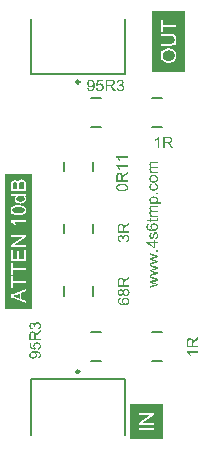
<source format=gbr>
%TF.GenerationSoftware,Altium Limited,Altium Designer,20.0.10 (225)*%
G04 Layer_Color=65535*
%FSLAX26Y26*%
%MOIN*%
%TF.FileFunction,Legend,Top*%
%TF.Part,Single*%
G01*
G75*
%TA.AperFunction,NonConductor*%
%ADD18C,0.009842*%
%ADD19C,0.007874*%
G36*
X4350626Y4615764D02*
X4239374D01*
Y4818724D01*
X4350626D01*
Y4615764D01*
D02*
G37*
G36*
X4259344Y4310362D02*
X4241861D01*
X4241806D01*
X4241751D01*
X4241417D01*
X4240918D01*
X4240307Y4310306D01*
X4239641Y4310251D01*
X4238975Y4310195D01*
X4238310Y4310084D01*
X4237810Y4309918D01*
X4237755D01*
X4237588Y4309807D01*
X4237366Y4309696D01*
X4237088Y4309529D01*
X4236756Y4309307D01*
X4236422Y4309030D01*
X4236090Y4308697D01*
X4235757Y4308253D01*
X4235701Y4308198D01*
X4235645Y4308031D01*
X4235534Y4307809D01*
X4235368Y4307421D01*
X4235202Y4307032D01*
X4235091Y4306533D01*
X4235035Y4306033D01*
X4234980Y4305422D01*
Y4305145D01*
X4235035Y4304923D01*
X4235091Y4304368D01*
X4235202Y4303702D01*
X4235479Y4302925D01*
X4235812Y4302092D01*
X4236311Y4301260D01*
X4236977Y4300483D01*
X4237088Y4300427D01*
X4237366Y4300206D01*
X4237810Y4299873D01*
X4238476Y4299539D01*
X4239364Y4299151D01*
X4240418Y4298873D01*
X4241695Y4298651D01*
X4243194Y4298541D01*
X4259344D01*
Y4293823D01*
X4241306D01*
X4241251D01*
X4241140D01*
X4241029D01*
X4240807D01*
X4240197Y4293767D01*
X4239530Y4293657D01*
X4238753Y4293546D01*
X4237976Y4293324D01*
X4237255Y4293046D01*
X4236589Y4292658D01*
X4236533Y4292602D01*
X4236311Y4292435D01*
X4236090Y4292158D01*
X4235757Y4291770D01*
X4235479Y4291270D01*
X4235202Y4290604D01*
X4235035Y4289827D01*
X4234980Y4288883D01*
Y4288551D01*
X4235035Y4288162D01*
X4235091Y4287718D01*
X4235257Y4287163D01*
X4235423Y4286497D01*
X4235701Y4285886D01*
X4236034Y4285221D01*
X4236090Y4285165D01*
X4236256Y4284943D01*
X4236478Y4284666D01*
X4236811Y4284277D01*
X4237255Y4283889D01*
X4237810Y4283500D01*
X4238421Y4283111D01*
X4239142Y4282779D01*
X4239253Y4282723D01*
X4239530Y4282667D01*
X4239975Y4282556D01*
X4240585Y4282390D01*
X4241417Y4282224D01*
X4242417Y4282113D01*
X4243582Y4282057D01*
X4244914Y4282002D01*
X4259344D01*
Y4277284D01*
X4231483D01*
Y4281502D01*
X4235479D01*
X4235368Y4281557D01*
X4235146Y4281724D01*
X4234757Y4282057D01*
X4234314Y4282445D01*
X4233758Y4282945D01*
X4233203Y4283556D01*
X4232649Y4284221D01*
X4232149Y4284998D01*
X4232093Y4285109D01*
X4231927Y4285387D01*
X4231761Y4285831D01*
X4231483Y4286441D01*
X4231261Y4287163D01*
X4231095Y4287995D01*
X4230928Y4288939D01*
X4230873Y4289938D01*
Y4290438D01*
X4230928Y4291048D01*
X4231039Y4291714D01*
X4231206Y4292547D01*
X4231427Y4293379D01*
X4231761Y4294212D01*
X4232204Y4294989D01*
X4232260Y4295100D01*
X4232426Y4295322D01*
X4232704Y4295654D01*
X4233148Y4296099D01*
X4233648Y4296542D01*
X4234258Y4297042D01*
X4234980Y4297486D01*
X4235812Y4297819D01*
X4235757Y4297874D01*
X4235590Y4297985D01*
X4235368Y4298152D01*
X4235035Y4298430D01*
X4234646Y4298762D01*
X4234258Y4299151D01*
X4233814Y4299595D01*
X4233315Y4300150D01*
X4232870Y4300761D01*
X4232426Y4301371D01*
X4232038Y4302092D01*
X4231650Y4302869D01*
X4231316Y4303702D01*
X4231095Y4304590D01*
X4230928Y4305478D01*
X4230873Y4306477D01*
Y4306865D01*
X4230928Y4307143D01*
Y4307532D01*
X4230984Y4307920D01*
X4231150Y4308864D01*
X4231427Y4309863D01*
X4231872Y4310917D01*
X4232426Y4311971D01*
X4233203Y4312859D01*
X4233315Y4312971D01*
X4233648Y4313193D01*
X4234147Y4313581D01*
X4234535Y4313748D01*
X4234924Y4313970D01*
X4235423Y4314191D01*
X4235923Y4314358D01*
X4236478Y4314580D01*
X4237144Y4314747D01*
X4237810Y4314858D01*
X4238587Y4314968D01*
X4239364Y4315079D01*
X4240252D01*
X4259344D01*
Y4310362D01*
D02*
G37*
G36*
X4246357Y4271734D02*
X4246912Y4271678D01*
X4247467D01*
X4248078Y4271568D01*
X4249465Y4271401D01*
X4250852Y4271068D01*
X4252240Y4270680D01*
X4253516Y4270124D01*
X4253572D01*
X4253627Y4270069D01*
X4253794Y4269958D01*
X4254016Y4269847D01*
X4254571Y4269458D01*
X4255237Y4268959D01*
X4256014Y4268293D01*
X4256791Y4267461D01*
X4257568Y4266517D01*
X4258289Y4265407D01*
Y4265351D01*
X4258345Y4265296D01*
X4258456Y4265130D01*
X4258567Y4264852D01*
X4258678Y4264574D01*
X4258789Y4264242D01*
X4259122Y4263409D01*
X4259400Y4262466D01*
X4259677Y4261300D01*
X4259899Y4260079D01*
X4259954Y4258747D01*
Y4258192D01*
X4259899Y4257748D01*
X4259843Y4257248D01*
X4259733Y4256694D01*
X4259622Y4256028D01*
X4259511Y4255361D01*
X4259066Y4253863D01*
X4258734Y4253030D01*
X4258400Y4252253D01*
X4257957Y4251476D01*
X4257457Y4250699D01*
X4256902Y4249978D01*
X4256236Y4249257D01*
X4256181Y4249201D01*
X4256069Y4249090D01*
X4255847Y4248923D01*
X4255515Y4248702D01*
X4255126Y4248424D01*
X4254682Y4248146D01*
X4254127Y4247814D01*
X4253461Y4247480D01*
X4252739Y4247148D01*
X4251907Y4246815D01*
X4251019Y4246537D01*
X4250075Y4246260D01*
X4249021Y4246038D01*
X4247911Y4245871D01*
X4246690Y4245760D01*
X4245413Y4245704D01*
X4245302D01*
X4245081D01*
X4244692Y4245760D01*
X4244137D01*
X4243526Y4245815D01*
X4242749Y4245926D01*
X4241972Y4246038D01*
X4241084Y4246260D01*
X4240197Y4246481D01*
X4239253Y4246759D01*
X4238254Y4247092D01*
X4237310Y4247536D01*
X4236422Y4247980D01*
X4235534Y4248591D01*
X4234702Y4249201D01*
X4233980Y4249978D01*
X4233925Y4250033D01*
X4233869Y4250145D01*
X4233703Y4250367D01*
X4233481Y4250644D01*
X4233259Y4250977D01*
X4232981Y4251421D01*
X4232704Y4251865D01*
X4232426Y4252420D01*
X4232149Y4253030D01*
X4231872Y4253697D01*
X4231372Y4255195D01*
X4230984Y4256916D01*
X4230928Y4257803D01*
X4230873Y4258747D01*
Y4259302D01*
X4230928Y4259690D01*
X4230984Y4260190D01*
X4231095Y4260745D01*
X4231206Y4261355D01*
X4231316Y4262077D01*
X4231816Y4263575D01*
X4232093Y4264352D01*
X4232482Y4265130D01*
X4232870Y4265907D01*
X4233426Y4266684D01*
X4233980Y4267405D01*
X4234646Y4268127D01*
X4234702Y4268182D01*
X4234813Y4268293D01*
X4235035Y4268459D01*
X4235312Y4268681D01*
X4235701Y4268959D01*
X4236200Y4269292D01*
X4236756Y4269625D01*
X4237366Y4269958D01*
X4238032Y4270291D01*
X4238864Y4270624D01*
X4239697Y4270957D01*
X4240641Y4271234D01*
X4241640Y4271457D01*
X4242694Y4271623D01*
X4243804Y4271734D01*
X4245025Y4271789D01*
X4245081D01*
X4245247D01*
X4245525D01*
X4245913D01*
X4246357Y4271734D01*
D02*
G37*
G36*
X4249965Y4243373D02*
X4250186Y4243318D01*
X4250520Y4243262D01*
X4250963Y4243151D01*
X4251408Y4243041D01*
X4252517Y4242652D01*
X4253683Y4242153D01*
X4254959Y4241431D01*
X4256181Y4240543D01*
X4256735Y4240043D01*
X4257291Y4239489D01*
X4257346Y4239433D01*
X4257401Y4239322D01*
X4257512Y4239155D01*
X4257679Y4238934D01*
X4257901Y4238656D01*
X4258123Y4238267D01*
X4258345Y4237824D01*
X4258623Y4237380D01*
X4259122Y4236270D01*
X4259511Y4234938D01*
X4259843Y4233494D01*
X4259899Y4232662D01*
X4259954Y4231829D01*
Y4231275D01*
X4259899Y4230886D01*
X4259843Y4230386D01*
X4259733Y4229832D01*
X4259622Y4229221D01*
X4259511Y4228555D01*
X4259066Y4227056D01*
X4258734Y4226335D01*
X4258400Y4225558D01*
X4257957Y4224781D01*
X4257457Y4224060D01*
X4256902Y4223338D01*
X4256236Y4222672D01*
X4256181Y4222617D01*
X4256069Y4222506D01*
X4255847Y4222339D01*
X4255570Y4222117D01*
X4255181Y4221895D01*
X4254682Y4221562D01*
X4254127Y4221284D01*
X4253516Y4220952D01*
X4252795Y4220618D01*
X4251962Y4220341D01*
X4251130Y4220008D01*
X4250131Y4219786D01*
X4249132Y4219564D01*
X4247967Y4219398D01*
X4246801Y4219287D01*
X4245525Y4219231D01*
X4245469D01*
X4245302D01*
X4245081D01*
X4244748D01*
X4244359Y4219287D01*
X4243915D01*
X4243416Y4219342D01*
X4242860Y4219398D01*
X4241640Y4219564D01*
X4240307Y4219842D01*
X4238975Y4220175D01*
X4237644Y4220674D01*
X4237588D01*
X4237477Y4220730D01*
X4237310Y4220841D01*
X4237088Y4220952D01*
X4236478Y4221284D01*
X4235757Y4221784D01*
X4234924Y4222450D01*
X4234092Y4223227D01*
X4233259Y4224171D01*
X4232593Y4225225D01*
Y4225280D01*
X4232538Y4225391D01*
X4232426Y4225558D01*
X4232315Y4225780D01*
X4232204Y4226057D01*
X4232038Y4226391D01*
X4231705Y4227223D01*
X4231427Y4228167D01*
X4231150Y4229332D01*
X4230928Y4230553D01*
X4230873Y4231885D01*
Y4232329D01*
X4230928Y4232662D01*
Y4232995D01*
X4230984Y4233439D01*
X4231150Y4234493D01*
X4231427Y4235659D01*
X4231872Y4236880D01*
X4232426Y4238101D01*
X4233203Y4239266D01*
Y4239322D01*
X4233315Y4239377D01*
X4233648Y4239711D01*
X4234147Y4240210D01*
X4234868Y4240820D01*
X4235757Y4241431D01*
X4236867Y4242042D01*
X4238143Y4242596D01*
X4239641Y4242985D01*
X4240363Y4238378D01*
X4240307D01*
X4240252Y4238323D01*
X4239919Y4238267D01*
X4239419Y4238101D01*
X4238809Y4237824D01*
X4238143Y4237546D01*
X4237422Y4237102D01*
X4236756Y4236602D01*
X4236200Y4236047D01*
X4236145Y4235992D01*
X4235979Y4235770D01*
X4235757Y4235382D01*
X4235479Y4234938D01*
X4235202Y4234327D01*
X4234980Y4233661D01*
X4234813Y4232884D01*
X4234757Y4232051D01*
Y4231718D01*
X4234813Y4231441D01*
X4234868Y4230831D01*
X4235091Y4229998D01*
X4235368Y4229110D01*
X4235812Y4228111D01*
X4236478Y4227167D01*
X4236867Y4226724D01*
X4237310Y4226279D01*
X4237366D01*
X4237422Y4226168D01*
X4237588Y4226057D01*
X4237810Y4225947D01*
X4238087Y4225780D01*
X4238421Y4225558D01*
X4238809Y4225391D01*
X4239253Y4225169D01*
X4239808Y4224948D01*
X4240418Y4224781D01*
X4241084Y4224559D01*
X4241806Y4224392D01*
X4242583Y4224282D01*
X4243471Y4224171D01*
X4244414Y4224060D01*
X4245413D01*
X4245469D01*
X4245636D01*
X4245968D01*
X4246301Y4224115D01*
X4246801D01*
X4247301Y4224171D01*
X4248521Y4224337D01*
X4249854Y4224559D01*
X4251241Y4224948D01*
X4252462Y4225447D01*
X4253073Y4225780D01*
X4253572Y4226168D01*
X4253683Y4226279D01*
X4253961Y4226557D01*
X4254349Y4227056D01*
X4254793Y4227667D01*
X4255292Y4228499D01*
X4255681Y4229443D01*
X4255958Y4230553D01*
X4256014Y4231163D01*
X4256069Y4231774D01*
Y4231885D01*
X4256014Y4232218D01*
X4255958Y4232773D01*
X4255847Y4233383D01*
X4255681Y4234105D01*
X4255348Y4234882D01*
X4254959Y4235659D01*
X4254404Y4236381D01*
X4254349Y4236492D01*
X4254072Y4236658D01*
X4253683Y4236991D01*
X4253073Y4237380D01*
X4252351Y4237768D01*
X4251463Y4238212D01*
X4250353Y4238545D01*
X4249132Y4238767D01*
X4249743Y4243429D01*
X4249798D01*
X4249965Y4243373D01*
D02*
G37*
G36*
X4259344Y4207021D02*
X4253961D01*
Y4212404D01*
X4259344D01*
Y4207021D01*
D02*
G37*
G36*
X4246357Y4199917D02*
X4246801D01*
X4247800Y4199806D01*
X4249021Y4199584D01*
X4250297Y4199306D01*
X4251630Y4198918D01*
X4252962Y4198418D01*
X4253017D01*
X4253128Y4198363D01*
X4253294Y4198252D01*
X4253516Y4198141D01*
X4254127Y4197752D01*
X4254904Y4197253D01*
X4255736Y4196642D01*
X4256569Y4195865D01*
X4257401Y4194977D01*
X4258178Y4193923D01*
Y4193868D01*
X4258234Y4193812D01*
X4258345Y4193645D01*
X4258456Y4193423D01*
X4258734Y4192868D01*
X4259066Y4192092D01*
X4259400Y4191148D01*
X4259677Y4190149D01*
X4259899Y4188984D01*
X4259954Y4187818D01*
Y4187430D01*
X4259899Y4186985D01*
X4259843Y4186431D01*
X4259733Y4185765D01*
X4259566Y4185043D01*
X4259344Y4184322D01*
X4259011Y4183600D01*
X4258956Y4183544D01*
X4258845Y4183267D01*
X4258623Y4182934D01*
X4258289Y4182490D01*
X4257957Y4182046D01*
X4257512Y4181491D01*
X4257013Y4180992D01*
X4256458Y4180547D01*
X4270000D01*
Y4175830D01*
X4231483D01*
Y4180104D01*
X4235146D01*
X4235035Y4180159D01*
X4234813Y4180381D01*
X4234425Y4180658D01*
X4233980Y4181102D01*
X4233426Y4181602D01*
X4232926Y4182157D01*
X4232426Y4182823D01*
X4231983Y4183489D01*
X4231927Y4183600D01*
X4231816Y4183822D01*
X4231650Y4184266D01*
X4231427Y4184821D01*
X4231206Y4185487D01*
X4231039Y4186264D01*
X4230928Y4187152D01*
X4230873Y4188151D01*
Y4188761D01*
X4230928Y4189039D01*
X4230984Y4189427D01*
X4231095Y4190260D01*
X4231316Y4191259D01*
X4231650Y4192314D01*
X4232149Y4193368D01*
X4232760Y4194422D01*
Y4194478D01*
X4232870Y4194533D01*
X4233092Y4194867D01*
X4233537Y4195366D01*
X4234092Y4195976D01*
X4234813Y4196642D01*
X4235701Y4197309D01*
X4236756Y4197975D01*
X4237921Y4198529D01*
X4237976D01*
X4238087Y4198585D01*
X4238254Y4198641D01*
X4238476Y4198752D01*
X4238809Y4198863D01*
X4239198Y4198974D01*
X4240086Y4199251D01*
X4241195Y4199529D01*
X4242417Y4199751D01*
X4243804Y4199917D01*
X4245247Y4199972D01*
X4245302D01*
X4245413D01*
X4245636D01*
X4245968D01*
X4246357Y4199917D01*
D02*
G37*
G36*
X4259344Y4164119D02*
X4241861D01*
X4241806D01*
X4241751D01*
X4241417D01*
X4240918D01*
X4240307Y4164064D01*
X4239641Y4164008D01*
X4238975Y4163953D01*
X4238310Y4163842D01*
X4237810Y4163676D01*
X4237755D01*
X4237588Y4163565D01*
X4237366Y4163453D01*
X4237088Y4163287D01*
X4236756Y4163065D01*
X4236422Y4162788D01*
X4236090Y4162454D01*
X4235757Y4162011D01*
X4235701Y4161955D01*
X4235645Y4161788D01*
X4235534Y4161566D01*
X4235368Y4161178D01*
X4235202Y4160789D01*
X4235091Y4160290D01*
X4235035Y4159791D01*
X4234980Y4159180D01*
Y4158903D01*
X4235035Y4158681D01*
X4235091Y4158126D01*
X4235202Y4157459D01*
X4235479Y4156682D01*
X4235812Y4155850D01*
X4236311Y4155017D01*
X4236977Y4154240D01*
X4237088Y4154185D01*
X4237366Y4153963D01*
X4237810Y4153630D01*
X4238476Y4153297D01*
X4239364Y4152908D01*
X4240418Y4152631D01*
X4241695Y4152409D01*
X4243194Y4152298D01*
X4259344D01*
Y4147581D01*
X4241306D01*
X4241251D01*
X4241140D01*
X4241029D01*
X4240807D01*
X4240197Y4147525D01*
X4239530Y4147414D01*
X4238753Y4147303D01*
X4237976Y4147081D01*
X4237255Y4146803D01*
X4236589Y4146415D01*
X4236533Y4146359D01*
X4236311Y4146193D01*
X4236090Y4145916D01*
X4235757Y4145527D01*
X4235479Y4145028D01*
X4235202Y4144361D01*
X4235035Y4143584D01*
X4234980Y4142641D01*
Y4142308D01*
X4235035Y4141919D01*
X4235091Y4141475D01*
X4235257Y4140921D01*
X4235423Y4140255D01*
X4235701Y4139644D01*
X4236034Y4138978D01*
X4236090Y4138922D01*
X4236256Y4138700D01*
X4236478Y4138423D01*
X4236811Y4138034D01*
X4237255Y4137646D01*
X4237810Y4137257D01*
X4238421Y4136869D01*
X4239142Y4136536D01*
X4239253Y4136480D01*
X4239530Y4136425D01*
X4239975Y4136314D01*
X4240585Y4136148D01*
X4241417Y4135981D01*
X4242417Y4135870D01*
X4243582Y4135815D01*
X4244914Y4135759D01*
X4259344D01*
Y4131042D01*
X4231483D01*
Y4135260D01*
X4235479D01*
X4235368Y4135315D01*
X4235146Y4135481D01*
X4234757Y4135815D01*
X4234314Y4136203D01*
X4233758Y4136703D01*
X4233203Y4137313D01*
X4232649Y4137979D01*
X4232149Y4138756D01*
X4232093Y4138867D01*
X4231927Y4139145D01*
X4231761Y4139588D01*
X4231483Y4140199D01*
X4231261Y4140921D01*
X4231095Y4141753D01*
X4230928Y4142697D01*
X4230873Y4143695D01*
Y4144195D01*
X4230928Y4144806D01*
X4231039Y4145471D01*
X4231206Y4146304D01*
X4231427Y4147136D01*
X4231761Y4147969D01*
X4232204Y4148746D01*
X4232260Y4148857D01*
X4232426Y4149079D01*
X4232704Y4149412D01*
X4233148Y4149856D01*
X4233648Y4150300D01*
X4234258Y4150800D01*
X4234980Y4151243D01*
X4235812Y4151577D01*
X4235757Y4151632D01*
X4235590Y4151743D01*
X4235368Y4151909D01*
X4235035Y4152187D01*
X4234646Y4152520D01*
X4234258Y4152908D01*
X4233814Y4153352D01*
X4233315Y4153908D01*
X4232870Y4154518D01*
X4232426Y4155128D01*
X4232038Y4155850D01*
X4231650Y4156627D01*
X4231316Y4157459D01*
X4231095Y4158347D01*
X4230928Y4159235D01*
X4230873Y4160234D01*
Y4160623D01*
X4230928Y4160900D01*
Y4161289D01*
X4230984Y4161677D01*
X4231150Y4162621D01*
X4231427Y4163620D01*
X4231872Y4164675D01*
X4232426Y4165729D01*
X4233203Y4166617D01*
X4233315Y4166728D01*
X4233648Y4166950D01*
X4234147Y4167338D01*
X4234535Y4167505D01*
X4234924Y4167727D01*
X4235423Y4167949D01*
X4235923Y4168115D01*
X4236478Y4168337D01*
X4237144Y4168504D01*
X4237810Y4168615D01*
X4238587Y4168726D01*
X4239364Y4168837D01*
X4240252D01*
X4259344D01*
Y4164119D01*
D02*
G37*
G36*
Y4126935D02*
X4259400Y4126712D01*
X4259455Y4126324D01*
X4259511Y4125824D01*
X4259622Y4125270D01*
X4259677Y4124659D01*
X4259733Y4123438D01*
Y4122994D01*
X4259677Y4122550D01*
X4259622Y4121995D01*
X4259566Y4121329D01*
X4259400Y4120663D01*
X4259233Y4120052D01*
X4258956Y4119442D01*
X4258900Y4119386D01*
X4258789Y4119220D01*
X4258623Y4118998D01*
X4258345Y4118665D01*
X4258068Y4118387D01*
X4257679Y4118055D01*
X4257291Y4117721D01*
X4256791Y4117499D01*
X4256735D01*
X4256514Y4117389D01*
X4256125Y4117333D01*
X4255570Y4117222D01*
X4254849Y4117111D01*
X4254404Y4117056D01*
X4253905D01*
X4253294Y4117000D01*
X4252684Y4116944D01*
X4252018D01*
X4251241D01*
X4235146D01*
Y4113448D01*
X4231483D01*
Y4116944D01*
X4224601D01*
X4221770Y4121662D01*
X4231483D01*
Y4126435D01*
X4235146D01*
Y4121662D01*
X4251519D01*
X4251630D01*
X4251851D01*
X4252185D01*
X4252573Y4121717D01*
X4253461Y4121773D01*
X4253850Y4121828D01*
X4254127Y4121884D01*
X4254238Y4121940D01*
X4254460Y4122106D01*
X4254738Y4122328D01*
X4255015Y4122717D01*
X4255070Y4122828D01*
X4255181Y4123105D01*
X4255292Y4123605D01*
X4255348Y4124326D01*
Y4124881D01*
X4255292Y4125158D01*
Y4125547D01*
X4255237Y4125991D01*
X4255181Y4126435D01*
X4259344Y4127046D01*
Y4126935D01*
D02*
G37*
G36*
X4247855Y4110118D02*
X4248189D01*
X4249077Y4109952D01*
X4250131Y4109785D01*
X4251241Y4109507D01*
X4252462Y4109119D01*
X4253627Y4108564D01*
X4253683D01*
X4253739Y4108508D01*
X4253905Y4108398D01*
X4254127Y4108287D01*
X4254682Y4107953D01*
X4255404Y4107454D01*
X4256181Y4106843D01*
X4256958Y4106122D01*
X4257734Y4105234D01*
X4258400Y4104291D01*
Y4104235D01*
X4258456Y4104180D01*
X4258567Y4104013D01*
X4258623Y4103791D01*
X4258900Y4103236D01*
X4259177Y4102515D01*
X4259511Y4101571D01*
X4259733Y4100516D01*
X4259954Y4099351D01*
X4260010Y4098074D01*
Y4097797D01*
X4259954Y4097520D01*
Y4097075D01*
X4259899Y4096576D01*
X4259788Y4096021D01*
X4259622Y4095355D01*
X4259455Y4094689D01*
X4259233Y4093912D01*
X4258956Y4093135D01*
X4258623Y4092358D01*
X4258178Y4091526D01*
X4257679Y4090749D01*
X4257124Y4089972D01*
X4256458Y4089195D01*
X4255681Y4088473D01*
X4255626Y4088418D01*
X4255459Y4088307D01*
X4255237Y4088140D01*
X4254849Y4087918D01*
X4254349Y4087585D01*
X4253794Y4087307D01*
X4253073Y4086974D01*
X4252296Y4086642D01*
X4251352Y4086253D01*
X4250297Y4085920D01*
X4249132Y4085642D01*
X4247855Y4085365D01*
X4246413Y4085088D01*
X4244859Y4084921D01*
X4243194Y4084810D01*
X4241417Y4084755D01*
X4241362D01*
X4241306D01*
X4241140D01*
X4240918D01*
X4240363Y4084810D01*
X4239586D01*
X4238698Y4084865D01*
X4237644Y4084977D01*
X4236478Y4085088D01*
X4235202Y4085254D01*
X4233925Y4085476D01*
X4232538Y4085753D01*
X4231206Y4086086D01*
X4229873Y4086475D01*
X4228597Y4086974D01*
X4227376Y4087530D01*
X4226211Y4088140D01*
X4225212Y4088861D01*
X4225156Y4088917D01*
X4225045Y4089028D01*
X4224823Y4089250D01*
X4224490Y4089528D01*
X4224157Y4089860D01*
X4223824Y4090305D01*
X4223380Y4090860D01*
X4222992Y4091414D01*
X4222603Y4092081D01*
X4222159Y4092802D01*
X4221826Y4093635D01*
X4221438Y4094467D01*
X4221160Y4095410D01*
X4220938Y4096409D01*
X4220827Y4097464D01*
X4220771Y4098574D01*
Y4099018D01*
X4220827Y4099351D01*
Y4099739D01*
X4220882Y4100184D01*
X4221105Y4101238D01*
X4221382Y4102404D01*
X4221826Y4103624D01*
X4222492Y4104846D01*
X4222881Y4105456D01*
X4223324Y4106011D01*
X4223380Y4106066D01*
X4223435Y4106122D01*
X4223602Y4106288D01*
X4223769Y4106455D01*
X4224046Y4106733D01*
X4224379Y4106954D01*
X4225156Y4107565D01*
X4226155Y4108176D01*
X4227376Y4108730D01*
X4228764Y4109230D01*
X4230318Y4109563D01*
X4230706Y4104846D01*
X4230650D01*
X4230595Y4104790D01*
X4230262Y4104734D01*
X4229762Y4104568D01*
X4229152Y4104346D01*
X4228486Y4104124D01*
X4227820Y4103791D01*
X4227209Y4103403D01*
X4226710Y4103014D01*
X4226599Y4102903D01*
X4226377Y4102681D01*
X4226044Y4102292D01*
X4225655Y4101738D01*
X4225323Y4101016D01*
X4224989Y4100239D01*
X4224767Y4099296D01*
X4224657Y4098297D01*
Y4097908D01*
X4224712Y4097464D01*
X4224823Y4096965D01*
X4224989Y4096298D01*
X4225212Y4095633D01*
X4225489Y4094966D01*
X4225933Y4094300D01*
X4225989Y4094189D01*
X4226211Y4093912D01*
X4226599Y4093523D01*
X4227154Y4093024D01*
X4227820Y4092469D01*
X4228597Y4091858D01*
X4229596Y4091303D01*
X4230706Y4090749D01*
X4230761D01*
X4230873Y4090693D01*
X4231039Y4090637D01*
X4231261Y4090526D01*
X4231594Y4090471D01*
X4231983Y4090360D01*
X4232426Y4090249D01*
X4232981Y4090138D01*
X4233592Y4089972D01*
X4234258Y4089860D01*
X4234980Y4089749D01*
X4235757Y4089694D01*
X4236645Y4089583D01*
X4237533Y4089528D01*
X4238532Y4089472D01*
X4239530D01*
X4239475Y4089528D01*
X4239142Y4089749D01*
X4238698Y4090138D01*
X4238143Y4090637D01*
X4237477Y4091193D01*
X4236867Y4091914D01*
X4236256Y4092691D01*
X4235701Y4093579D01*
Y4093635D01*
X4235645Y4093690D01*
X4235479Y4094023D01*
X4235312Y4094523D01*
X4235035Y4095189D01*
X4234813Y4095965D01*
X4234646Y4096854D01*
X4234480Y4097797D01*
X4234425Y4098796D01*
Y4099240D01*
X4234480Y4099573D01*
X4234535Y4100017D01*
X4234591Y4100461D01*
X4234702Y4101016D01*
X4234868Y4101571D01*
X4235257Y4102847D01*
X4235534Y4103514D01*
X4235923Y4104180D01*
X4236311Y4104846D01*
X4236756Y4105567D01*
X4237310Y4106233D01*
X4237921Y4106843D01*
X4237976Y4106899D01*
X4238087Y4107010D01*
X4238254Y4107176D01*
X4238532Y4107343D01*
X4238920Y4107620D01*
X4239309Y4107898D01*
X4239808Y4108176D01*
X4240363Y4108508D01*
X4240974Y4108842D01*
X4241640Y4109119D01*
X4242417Y4109396D01*
X4243194Y4109674D01*
X4244026Y4109841D01*
X4244970Y4110007D01*
X4245913Y4110118D01*
X4246912Y4110173D01*
X4246967D01*
X4247078D01*
X4247245D01*
X4247523D01*
X4247855Y4110118D01*
D02*
G37*
G36*
X4252018Y4080648D02*
X4252628Y4080537D01*
X4253294Y4080370D01*
X4254016Y4080093D01*
X4254849Y4079760D01*
X4255626Y4079316D01*
X4255736Y4079260D01*
X4255958Y4079038D01*
X4256347Y4078760D01*
X4256791Y4078316D01*
X4257291Y4077706D01*
X4257846Y4077040D01*
X4258345Y4076263D01*
X4258845Y4075320D01*
Y4075264D01*
X4258900Y4075209D01*
X4259011Y4074876D01*
X4259177Y4074320D01*
X4259400Y4073599D01*
X4259622Y4072711D01*
X4259788Y4071712D01*
X4259899Y4070657D01*
X4259954Y4069436D01*
Y4068937D01*
X4259899Y4068548D01*
Y4068104D01*
X4259843Y4067550D01*
X4259788Y4066994D01*
X4259677Y4066384D01*
X4259400Y4065052D01*
X4259011Y4063664D01*
X4258456Y4062332D01*
X4258123Y4061722D01*
X4257734Y4061167D01*
X4257679Y4061111D01*
X4257623Y4061056D01*
X4257291Y4060723D01*
X4256791Y4060224D01*
X4256014Y4059669D01*
X4255070Y4059058D01*
X4253961Y4058448D01*
X4252573Y4057948D01*
X4251019Y4057559D01*
X4250297Y4062222D01*
X4250353D01*
X4250408D01*
X4250742Y4062332D01*
X4251297Y4062443D01*
X4251907Y4062666D01*
X4252573Y4062943D01*
X4253294Y4063276D01*
X4254016Y4063776D01*
X4254627Y4064386D01*
X4254682Y4064497D01*
X4254849Y4064719D01*
X4255070Y4065163D01*
X4255348Y4065718D01*
X4255626Y4066439D01*
X4255847Y4067272D01*
X4256014Y4068271D01*
X4256069Y4069436D01*
Y4069992D01*
X4256014Y4070546D01*
X4255903Y4071268D01*
X4255736Y4072045D01*
X4255515Y4072878D01*
X4255237Y4073599D01*
X4254793Y4074265D01*
X4254738Y4074320D01*
X4254571Y4074543D01*
X4254293Y4074765D01*
X4253905Y4075097D01*
X4253461Y4075375D01*
X4252906Y4075653D01*
X4252351Y4075819D01*
X4251685Y4075874D01*
X4251630D01*
X4251408D01*
X4251130Y4075819D01*
X4250742Y4075708D01*
X4250353Y4075541D01*
X4249965Y4075264D01*
X4249520Y4074931D01*
X4249188Y4074432D01*
X4249132Y4074376D01*
X4249077Y4074209D01*
X4248910Y4073932D01*
X4248743Y4073488D01*
X4248521Y4072822D01*
X4248355Y4072434D01*
X4248244Y4071990D01*
X4248078Y4071490D01*
X4247911Y4070935D01*
X4247744Y4070325D01*
X4247578Y4069603D01*
Y4069548D01*
X4247523Y4069381D01*
X4247467Y4069104D01*
X4247356Y4068771D01*
X4247245Y4068327D01*
X4247078Y4067827D01*
X4246801Y4066773D01*
X4246413Y4065552D01*
X4246079Y4064386D01*
X4245691Y4063276D01*
X4245469Y4062776D01*
X4245302Y4062388D01*
X4245247Y4062277D01*
X4245136Y4062055D01*
X4244914Y4061722D01*
X4244636Y4061278D01*
X4244248Y4060778D01*
X4243804Y4060279D01*
X4243305Y4059780D01*
X4242694Y4059336D01*
X4242639Y4059280D01*
X4242417Y4059169D01*
X4242028Y4059003D01*
X4241584Y4058836D01*
X4241029Y4058669D01*
X4240363Y4058503D01*
X4239697Y4058392D01*
X4238920Y4058336D01*
X4238809D01*
X4238587D01*
X4238254Y4058392D01*
X4237755Y4058448D01*
X4237255Y4058559D01*
X4236645Y4058669D01*
X4236090Y4058892D01*
X4235479Y4059169D01*
X4235423Y4059224D01*
X4235202Y4059336D01*
X4234924Y4059502D01*
X4234535Y4059780D01*
X4234147Y4060113D01*
X4233648Y4060501D01*
X4233203Y4060945D01*
X4232815Y4061500D01*
X4232760Y4061555D01*
X4232704Y4061722D01*
X4232538Y4061944D01*
X4232371Y4062277D01*
X4232149Y4062721D01*
X4231927Y4063220D01*
X4231705Y4063831D01*
X4231483Y4064497D01*
X4231427Y4064608D01*
X4231372Y4064830D01*
X4231261Y4065218D01*
X4231150Y4065718D01*
X4231039Y4066329D01*
X4230984Y4066994D01*
X4230873Y4067771D01*
Y4069104D01*
X4230928Y4069714D01*
X4230984Y4070546D01*
X4231095Y4071434D01*
X4231316Y4072378D01*
X4231538Y4073377D01*
X4231872Y4074320D01*
Y4074376D01*
X4231927Y4074432D01*
X4232038Y4074709D01*
X4232260Y4075153D01*
X4232538Y4075708D01*
X4232926Y4076318D01*
X4233370Y4076929D01*
X4233869Y4077484D01*
X4234425Y4077983D01*
X4234480Y4078039D01*
X4234702Y4078150D01*
X4235091Y4078372D01*
X4235534Y4078649D01*
X4236200Y4078927D01*
X4236922Y4079204D01*
X4237755Y4079427D01*
X4238698Y4079648D01*
X4239309Y4075042D01*
X4239198D01*
X4238975Y4074986D01*
X4238587Y4074876D01*
X4238087Y4074709D01*
X4237588Y4074432D01*
X4237033Y4074099D01*
X4236478Y4073710D01*
X4235979Y4073155D01*
X4235923Y4073099D01*
X4235812Y4072878D01*
X4235590Y4072544D01*
X4235368Y4072045D01*
X4235146Y4071490D01*
X4234924Y4070769D01*
X4234813Y4069881D01*
X4234757Y4068937D01*
Y4068382D01*
X4234813Y4067827D01*
X4234868Y4067106D01*
X4235035Y4066384D01*
X4235202Y4065607D01*
X4235479Y4064885D01*
X4235868Y4064275D01*
X4235923Y4064220D01*
X4236034Y4064053D01*
X4236256Y4063831D01*
X4236589Y4063609D01*
X4236922Y4063331D01*
X4237366Y4063110D01*
X4237865Y4062943D01*
X4238365Y4062887D01*
X4238421D01*
X4238532D01*
X4238698Y4062943D01*
X4238920D01*
X4239475Y4063110D01*
X4240030Y4063443D01*
X4240086Y4063498D01*
X4240141Y4063553D01*
X4240307Y4063664D01*
X4240474Y4063887D01*
X4240641Y4064108D01*
X4240863Y4064441D01*
X4241029Y4064830D01*
X4241251Y4065274D01*
Y4065329D01*
X4241306Y4065441D01*
X4241362Y4065662D01*
X4241529Y4066051D01*
X4241695Y4066606D01*
X4241861Y4067327D01*
X4242028Y4067771D01*
X4242139Y4068271D01*
X4242306Y4068826D01*
X4242472Y4069436D01*
Y4069492D01*
X4242528Y4069659D01*
X4242583Y4069936D01*
X4242694Y4070269D01*
X4242805Y4070657D01*
X4242916Y4071157D01*
X4243249Y4072211D01*
X4243582Y4073377D01*
X4243971Y4074543D01*
X4244359Y4075597D01*
X4244525Y4076041D01*
X4244692Y4076430D01*
X4244748Y4076541D01*
X4244859Y4076762D01*
X4245025Y4077095D01*
X4245302Y4077595D01*
X4245636Y4078095D01*
X4246079Y4078594D01*
X4246579Y4079093D01*
X4247134Y4079537D01*
X4247190Y4079593D01*
X4247412Y4079704D01*
X4247744Y4079926D01*
X4248244Y4080148D01*
X4248855Y4080314D01*
X4249520Y4080537D01*
X4250297Y4080648D01*
X4251185Y4080703D01*
X4251297D01*
X4251574D01*
X4252018Y4080648D01*
D02*
G37*
G36*
X4250131Y4048069D02*
X4259344D01*
Y4043352D01*
X4250131D01*
Y4026646D01*
X4245802D01*
X4220938Y4044240D01*
Y4048069D01*
X4245802D01*
Y4053286D01*
X4250131D01*
Y4048069D01*
D02*
G37*
G36*
X4259344Y4015990D02*
X4253961D01*
Y4021374D01*
X4259344D01*
Y4015990D01*
D02*
G37*
G36*
Y4001893D02*
Y3997064D01*
X4242694Y3992624D01*
X4237921Y3991515D01*
X4259344Y3985909D01*
Y3980914D01*
X4231483Y3972478D01*
Y3977418D01*
X4247578Y3981858D01*
X4253572Y3983412D01*
X4253516D01*
X4253405Y3983467D01*
X4253128Y3983523D01*
X4252962Y3983578D01*
X4252684Y3983633D01*
X4252351Y3983689D01*
X4251962Y3983800D01*
X4251519Y3983911D01*
X4250963Y3984077D01*
X4250353Y3984244D01*
X4249632Y3984410D01*
X4248799Y3984633D01*
X4247855Y3984854D01*
X4231483Y3989294D01*
Y3994123D01*
X4247689Y3998285D01*
X4253017Y3999673D01*
X4247633Y4001282D01*
X4231483Y4006055D01*
Y4010662D01*
X4259344Y4001893D01*
D02*
G37*
G36*
Y3963154D02*
Y3958325D01*
X4242694Y3953885D01*
X4237921Y3952776D01*
X4259344Y3947170D01*
Y3942175D01*
X4231483Y3933739D01*
Y3938678D01*
X4247578Y3943119D01*
X4253572Y3944673D01*
X4253516D01*
X4253405Y3944728D01*
X4253128Y3944784D01*
X4252962Y3944839D01*
X4252684Y3944894D01*
X4252351Y3944950D01*
X4251962Y3945061D01*
X4251519Y3945172D01*
X4250963Y3945338D01*
X4250353Y3945505D01*
X4249632Y3945671D01*
X4248799Y3945894D01*
X4247855Y3946115D01*
X4231483Y3950555D01*
Y3955384D01*
X4247689Y3959546D01*
X4253017Y3960934D01*
X4247633Y3962544D01*
X4231483Y3967316D01*
Y3971923D01*
X4259344Y3963154D01*
D02*
G37*
G36*
Y3924415D02*
Y3919586D01*
X4242694Y3915146D01*
X4237921Y3914037D01*
X4259344Y3908431D01*
Y3903436D01*
X4231483Y3895000D01*
Y3899939D01*
X4247578Y3904380D01*
X4253572Y3905934D01*
X4253516D01*
X4253405Y3905989D01*
X4253128Y3906044D01*
X4252962Y3906100D01*
X4252684Y3906155D01*
X4252351Y3906211D01*
X4251962Y3906322D01*
X4251519Y3906433D01*
X4250963Y3906599D01*
X4250353Y3906766D01*
X4249632Y3906932D01*
X4248799Y3907155D01*
X4247855Y3907376D01*
X4231483Y3911816D01*
Y3916645D01*
X4247689Y3920807D01*
X4253017Y3922195D01*
X4247633Y3923805D01*
X4231483Y3928577D01*
Y3933184D01*
X4259344Y3924415D01*
D02*
G37*
G36*
X3840000Y4276109D02*
Y3825000D01*
X3749090D01*
Y4276109D01*
X3840000D01*
D02*
G37*
G36*
X4295512Y4399064D02*
X4296012D01*
X4297177Y4399009D01*
X4298398Y4398842D01*
X4299730Y4398676D01*
X4300951Y4398398D01*
X4301562Y4398232D01*
X4302061Y4398065D01*
X4302117D01*
X4302172Y4398010D01*
X4302505Y4397843D01*
X4303005Y4397621D01*
X4303615Y4397233D01*
X4304281Y4396733D01*
X4305003Y4396067D01*
X4305669Y4395290D01*
X4306335Y4394402D01*
Y4394347D01*
X4306390Y4394291D01*
X4306612Y4393958D01*
X4306834Y4393403D01*
X4307167Y4392682D01*
X4307445Y4391849D01*
X4307722Y4390850D01*
X4307889Y4389796D01*
X4307944Y4388630D01*
Y4388575D01*
Y4388464D01*
Y4388242D01*
X4307889Y4387964D01*
Y4387576D01*
X4307833Y4387187D01*
X4307611Y4386244D01*
X4307278Y4385134D01*
X4306834Y4383968D01*
X4306168Y4382803D01*
X4305724Y4382248D01*
X4305280Y4381693D01*
X4305225Y4381637D01*
X4305169Y4381582D01*
X4305003Y4381415D01*
X4304781Y4381249D01*
X4304503Y4381027D01*
X4304170Y4380805D01*
X4303726Y4380527D01*
X4303282Y4380194D01*
X4302727Y4379917D01*
X4302117Y4379639D01*
X4301451Y4379306D01*
X4300729Y4379029D01*
X4299897Y4378807D01*
X4299064Y4378529D01*
X4298121Y4378363D01*
X4297122Y4378196D01*
X4297233Y4378141D01*
X4297455Y4378030D01*
X4297788Y4377808D01*
X4298232Y4377586D01*
X4299231Y4376975D01*
X4299730Y4376587D01*
X4300174Y4376254D01*
X4300285Y4376143D01*
X4300563Y4375865D01*
X4301007Y4375421D01*
X4301562Y4374866D01*
X4302172Y4374089D01*
X4302894Y4373257D01*
X4303615Y4372258D01*
X4304392Y4371148D01*
X4310997Y4360714D01*
X4304670D01*
X4299619Y4368706D01*
Y4368761D01*
X4299508Y4368872D01*
X4299397Y4369039D01*
X4299231Y4369261D01*
X4298842Y4369871D01*
X4298343Y4370648D01*
X4297732Y4371481D01*
X4297122Y4372369D01*
X4296511Y4373201D01*
X4295956Y4373978D01*
X4295901Y4374034D01*
X4295734Y4374256D01*
X4295457Y4374589D01*
X4295068Y4374977D01*
X4294236Y4375810D01*
X4293792Y4376198D01*
X4293348Y4376531D01*
X4293292Y4376587D01*
X4293181Y4376642D01*
X4292959Y4376753D01*
X4292626Y4376920D01*
X4292293Y4377086D01*
X4291905Y4377253D01*
X4291017Y4377530D01*
X4290961D01*
X4290850Y4377586D01*
X4290628D01*
X4290351Y4377641D01*
X4289962Y4377697D01*
X4289518D01*
X4288908Y4377752D01*
X4282359D01*
Y4360714D01*
X4277253D01*
Y4399120D01*
X4295068D01*
X4295512Y4399064D01*
D02*
G37*
G36*
X4263156Y4360714D02*
X4258438D01*
Y4390739D01*
X4258383Y4390684D01*
X4258105Y4390462D01*
X4257772Y4390129D01*
X4257217Y4389740D01*
X4256607Y4389241D01*
X4255830Y4388686D01*
X4254942Y4388075D01*
X4253943Y4387465D01*
X4253887D01*
X4253832Y4387409D01*
X4253499Y4387187D01*
X4252944Y4386910D01*
X4252278Y4386577D01*
X4251501Y4386188D01*
X4250668Y4385800D01*
X4249836Y4385411D01*
X4249003Y4385078D01*
Y4389629D01*
X4249059D01*
X4249170Y4389740D01*
X4249392Y4389796D01*
X4249669Y4389962D01*
X4250002Y4390129D01*
X4250391Y4390351D01*
X4251334Y4390906D01*
X4252444Y4391516D01*
X4253554Y4392293D01*
X4254720Y4393181D01*
X4255885Y4394125D01*
X4255941Y4394180D01*
X4255996Y4394236D01*
X4256163Y4394402D01*
X4256385Y4394569D01*
X4256884Y4395124D01*
X4257550Y4395790D01*
X4258216Y4396567D01*
X4258938Y4397455D01*
X4259548Y4398343D01*
X4260103Y4399286D01*
X4263156D01*
Y4360714D01*
D02*
G37*
G36*
X4394286Y3724670D02*
X4386294Y3719619D01*
X4386239D01*
X4386128Y3719508D01*
X4385961Y3719397D01*
X4385739Y3719231D01*
X4385129Y3718842D01*
X4384352Y3718343D01*
X4383519Y3717732D01*
X4382631Y3717122D01*
X4381799Y3716511D01*
X4381022Y3715956D01*
X4380966Y3715901D01*
X4380744Y3715734D01*
X4380411Y3715457D01*
X4380023Y3715068D01*
X4379190Y3714236D01*
X4378802Y3713792D01*
X4378469Y3713348D01*
X4378413Y3713292D01*
X4378358Y3713181D01*
X4378247Y3712959D01*
X4378080Y3712626D01*
X4377914Y3712293D01*
X4377747Y3711905D01*
X4377470Y3711017D01*
Y3710961D01*
X4377414Y3710850D01*
Y3710628D01*
X4377359Y3710351D01*
X4377303Y3709962D01*
Y3709518D01*
X4377248Y3708908D01*
Y3702359D01*
X4394286D01*
Y3697253D01*
X4355880D01*
Y3715068D01*
X4355936Y3715512D01*
Y3716012D01*
X4355991Y3717177D01*
X4356158Y3718398D01*
X4356324Y3719730D01*
X4356602Y3720951D01*
X4356768Y3721562D01*
X4356935Y3722061D01*
Y3722117D01*
X4356990Y3722172D01*
X4357157Y3722505D01*
X4357379Y3723005D01*
X4357767Y3723615D01*
X4358267Y3724281D01*
X4358933Y3725003D01*
X4359710Y3725669D01*
X4360598Y3726335D01*
X4360653D01*
X4360709Y3726390D01*
X4361042Y3726612D01*
X4361597Y3726834D01*
X4362318Y3727167D01*
X4363151Y3727445D01*
X4364150Y3727722D01*
X4365204Y3727889D01*
X4366370Y3727944D01*
X4366425D01*
X4366536D01*
X4366758D01*
X4367036Y3727889D01*
X4367424D01*
X4367813Y3727833D01*
X4368756Y3727611D01*
X4369866Y3727278D01*
X4371032Y3726834D01*
X4372197Y3726168D01*
X4372752Y3725724D01*
X4373307Y3725280D01*
X4373363Y3725225D01*
X4373418Y3725169D01*
X4373585Y3725003D01*
X4373751Y3724781D01*
X4373973Y3724503D01*
X4374195Y3724170D01*
X4374473Y3723726D01*
X4374806Y3723282D01*
X4375083Y3722727D01*
X4375361Y3722117D01*
X4375694Y3721451D01*
X4375971Y3720729D01*
X4376193Y3719897D01*
X4376471Y3719064D01*
X4376637Y3718121D01*
X4376804Y3717122D01*
X4376859Y3717233D01*
X4376970Y3717455D01*
X4377192Y3717788D01*
X4377414Y3718232D01*
X4378025Y3719231D01*
X4378413Y3719730D01*
X4378746Y3720174D01*
X4378857Y3720285D01*
X4379135Y3720563D01*
X4379579Y3721007D01*
X4380134Y3721562D01*
X4380911Y3722172D01*
X4381743Y3722894D01*
X4382742Y3723615D01*
X4383852Y3724392D01*
X4394286Y3730997D01*
Y3724670D01*
D02*
G37*
G36*
Y3678438D02*
X4364261D01*
X4364316Y3678383D01*
X4364538Y3678105D01*
X4364871Y3677772D01*
X4365260Y3677217D01*
X4365759Y3676607D01*
X4366314Y3675830D01*
X4366925Y3674942D01*
X4367535Y3673943D01*
Y3673887D01*
X4367591Y3673832D01*
X4367813Y3673499D01*
X4368090Y3672944D01*
X4368423Y3672278D01*
X4368812Y3671501D01*
X4369200Y3670668D01*
X4369589Y3669836D01*
X4369922Y3669003D01*
X4365371D01*
Y3669059D01*
X4365260Y3669170D01*
X4365204Y3669392D01*
X4365038Y3669669D01*
X4364871Y3670002D01*
X4364649Y3670391D01*
X4364094Y3671334D01*
X4363484Y3672444D01*
X4362707Y3673554D01*
X4361819Y3674720D01*
X4360875Y3675885D01*
X4360820Y3675941D01*
X4360764Y3675996D01*
X4360598Y3676163D01*
X4360431Y3676385D01*
X4359876Y3676884D01*
X4359210Y3677550D01*
X4358433Y3678216D01*
X4357545Y3678938D01*
X4356657Y3679548D01*
X4355714Y3680103D01*
Y3683156D01*
X4394286D01*
Y3678438D01*
D02*
G37*
G36*
X3858326Y3780770D02*
X3858763Y3780715D01*
X3859255Y3780606D01*
X3859801Y3780497D01*
X3860401Y3780387D01*
X3861712Y3779951D01*
X3862421Y3779623D01*
X3863077Y3779296D01*
X3863786Y3778859D01*
X3864496Y3778367D01*
X3865206Y3777821D01*
X3865861Y3777166D01*
X3865916Y3777111D01*
X3866025Y3777002D01*
X3866189Y3776784D01*
X3866407Y3776511D01*
X3866680Y3776183D01*
X3866953Y3775747D01*
X3867281Y3775255D01*
X3867554Y3774655D01*
X3867881Y3774054D01*
X3868209Y3773344D01*
X3868482Y3772634D01*
X3868755Y3771815D01*
X3868973Y3770942D01*
X3869137Y3770014D01*
X3869246Y3769085D01*
X3869301Y3768048D01*
Y3767557D01*
X3869246Y3767229D01*
X3869192Y3766792D01*
X3869137Y3766301D01*
X3869028Y3765755D01*
X3868919Y3765154D01*
X3868591Y3763844D01*
X3868045Y3762479D01*
X3867718Y3761769D01*
X3867335Y3761114D01*
X3866844Y3760459D01*
X3866353Y3759803D01*
X3866298Y3759749D01*
X3866189Y3759640D01*
X3866025Y3759476D01*
X3865807Y3759312D01*
X3865534Y3759039D01*
X3865151Y3758766D01*
X3864769Y3758438D01*
X3864278Y3758111D01*
X3863732Y3757783D01*
X3863186Y3757456D01*
X3861875Y3756855D01*
X3860347Y3756363D01*
X3859528Y3756200D01*
X3858654Y3756090D01*
X3858053Y3760731D01*
X3858108D01*
X3858217Y3760786D01*
X3858436Y3760841D01*
X3858709Y3760895D01*
X3859036Y3760950D01*
X3859418Y3761059D01*
X3860237Y3761332D01*
X3861220Y3761714D01*
X3862148Y3762206D01*
X3863022Y3762752D01*
X3863786Y3763407D01*
X3863841Y3763516D01*
X3864059Y3763735D01*
X3864332Y3764171D01*
X3864605Y3764717D01*
X3864933Y3765372D01*
X3865206Y3766191D01*
X3865424Y3767120D01*
X3865479Y3768102D01*
Y3768430D01*
X3865424Y3768648D01*
X3865370Y3769249D01*
X3865206Y3770014D01*
X3864933Y3770887D01*
X3864551Y3771815D01*
X3864005Y3772744D01*
X3863240Y3773617D01*
X3863131Y3773726D01*
X3862804Y3773999D01*
X3862312Y3774327D01*
X3861657Y3774764D01*
X3860838Y3775200D01*
X3859910Y3775528D01*
X3858818Y3775801D01*
X3857617Y3775910D01*
X3857562D01*
X3857453D01*
X3857289D01*
X3857071Y3775856D01*
X3856470Y3775801D01*
X3855760Y3775637D01*
X3854887Y3775419D01*
X3854013Y3775037D01*
X3853139Y3774491D01*
X3852320Y3773781D01*
X3852211Y3773672D01*
X3851993Y3773399D01*
X3851665Y3772962D01*
X3851283Y3772361D01*
X3850901Y3771597D01*
X3850573Y3770669D01*
X3850355Y3769631D01*
X3850246Y3768485D01*
Y3767993D01*
X3850300Y3767611D01*
X3850355Y3767120D01*
X3850464Y3766574D01*
X3850573Y3765919D01*
X3850737Y3765209D01*
X3846642Y3765755D01*
Y3766028D01*
X3846697Y3766246D01*
Y3766956D01*
X3846587Y3767557D01*
X3846478Y3768266D01*
X3846314Y3769085D01*
X3846041Y3770014D01*
X3845659Y3770887D01*
X3845168Y3771815D01*
Y3771870D01*
X3845113Y3771925D01*
X3844895Y3772198D01*
X3844513Y3772580D01*
X3844021Y3773017D01*
X3843311Y3773453D01*
X3842492Y3773836D01*
X3841564Y3774108D01*
X3841018Y3774218D01*
X3840418D01*
X3840363D01*
X3840308D01*
X3839981D01*
X3839544Y3774108D01*
X3838943Y3773999D01*
X3838288Y3773781D01*
X3837578Y3773508D01*
X3836869Y3773071D01*
X3836213Y3772470D01*
X3836159Y3772416D01*
X3835940Y3772143D01*
X3835667Y3771761D01*
X3835340Y3771269D01*
X3835067Y3770614D01*
X3834794Y3769850D01*
X3834575Y3768976D01*
X3834521Y3767993D01*
Y3767557D01*
X3834630Y3767065D01*
X3834739Y3766410D01*
X3834958Y3765700D01*
X3835231Y3764990D01*
X3835667Y3764226D01*
X3836213Y3763516D01*
X3836268Y3763461D01*
X3836541Y3763243D01*
X3836923Y3762916D01*
X3837469Y3762533D01*
X3838179Y3762151D01*
X3839053Y3761769D01*
X3840090Y3761441D01*
X3841291Y3761223D01*
X3840472Y3756582D01*
X3840418D01*
X3840254Y3756637D01*
X3840035Y3756691D01*
X3839708Y3756746D01*
X3839326Y3756855D01*
X3838889Y3757019D01*
X3837851Y3757346D01*
X3836650Y3757892D01*
X3835449Y3758548D01*
X3834302Y3759367D01*
X3833265Y3760404D01*
X3833210Y3760459D01*
X3833156Y3760568D01*
X3833047Y3760731D01*
X3832883Y3760950D01*
X3832664Y3761223D01*
X3832446Y3761605D01*
X3832228Y3761987D01*
X3831955Y3762479D01*
X3831518Y3763571D01*
X3831081Y3764827D01*
X3830808Y3766301D01*
X3830699Y3767065D01*
Y3768430D01*
X3830753Y3769031D01*
X3830863Y3769740D01*
X3831026Y3770614D01*
X3831299Y3771597D01*
X3831627Y3772580D01*
X3832064Y3773562D01*
Y3773617D01*
X3832118Y3773672D01*
X3832282Y3773999D01*
X3832610Y3774491D01*
X3832992Y3775037D01*
X3833538Y3775692D01*
X3834139Y3776347D01*
X3834848Y3777002D01*
X3835667Y3777548D01*
X3835777Y3777603D01*
X3836050Y3777767D01*
X3836541Y3777985D01*
X3837142Y3778258D01*
X3837851Y3778531D01*
X3838670Y3778749D01*
X3839599Y3778913D01*
X3840527Y3778968D01*
X3840636D01*
X3840964D01*
X3841400Y3778913D01*
X3842001Y3778804D01*
X3842711Y3778640D01*
X3843475Y3778367D01*
X3844240Y3778040D01*
X3845004Y3777603D01*
X3845113Y3777548D01*
X3845332Y3777385D01*
X3845714Y3777057D01*
X3846151Y3776620D01*
X3846642Y3776074D01*
X3847188Y3775419D01*
X3847679Y3774655D01*
X3848171Y3773726D01*
Y3773781D01*
X3848225Y3773890D01*
X3848280Y3774054D01*
X3848335Y3774272D01*
X3848553Y3774873D01*
X3848881Y3775637D01*
X3849317Y3776511D01*
X3849863Y3777385D01*
X3850573Y3778204D01*
X3851392Y3778968D01*
X3851501Y3779023D01*
X3851829Y3779241D01*
X3852375Y3779568D01*
X3853085Y3779896D01*
X3853958Y3780224D01*
X3854996Y3780551D01*
X3856197Y3780770D01*
X3857507Y3780824D01*
X3857562D01*
X3857726D01*
X3857999D01*
X3858326Y3780770D01*
D02*
G37*
G36*
X3868646Y3746863D02*
X3860783Y3741894D01*
X3860729D01*
X3860620Y3741785D01*
X3860456Y3741676D01*
X3860237Y3741512D01*
X3859637Y3741130D01*
X3858872Y3740639D01*
X3858053Y3740038D01*
X3857180Y3739438D01*
X3856361Y3738837D01*
X3855596Y3738291D01*
X3855542Y3738236D01*
X3855323Y3738073D01*
X3854996Y3737800D01*
X3854614Y3737417D01*
X3853795Y3736598D01*
X3853412Y3736162D01*
X3853085Y3735725D01*
X3853030Y3735670D01*
X3852976Y3735561D01*
X3852866Y3735343D01*
X3852703Y3735015D01*
X3852539Y3734687D01*
X3852375Y3734305D01*
X3852102Y3733432D01*
Y3733377D01*
X3852047Y3733268D01*
Y3733049D01*
X3851993Y3732776D01*
X3851938Y3732394D01*
Y3731957D01*
X3851884Y3731357D01*
Y3724914D01*
X3868646D01*
Y3719891D01*
X3830863D01*
Y3737417D01*
X3830917Y3737854D01*
Y3738345D01*
X3830972Y3739492D01*
X3831136Y3740693D01*
X3831299Y3742004D01*
X3831572Y3743205D01*
X3831736Y3743805D01*
X3831900Y3744297D01*
Y3744352D01*
X3831955Y3744406D01*
X3832118Y3744734D01*
X3832337Y3745225D01*
X3832719Y3745826D01*
X3833210Y3746481D01*
X3833866Y3747191D01*
X3834630Y3747846D01*
X3835504Y3748501D01*
X3835558D01*
X3835613Y3748556D01*
X3835940Y3748774D01*
X3836486Y3748992D01*
X3837196Y3749320D01*
X3838015Y3749593D01*
X3838998Y3749866D01*
X3840035Y3750030D01*
X3841182Y3750084D01*
X3841237D01*
X3841346D01*
X3841564D01*
X3841837Y3750030D01*
X3842219D01*
X3842602Y3749975D01*
X3843530Y3749757D01*
X3844622Y3749429D01*
X3845768Y3748992D01*
X3846915Y3748337D01*
X3847461Y3747901D01*
X3848007Y3747464D01*
X3848062Y3747409D01*
X3848116Y3747354D01*
X3848280Y3747191D01*
X3848444Y3746972D01*
X3848662Y3746699D01*
X3848881Y3746372D01*
X3849154Y3745935D01*
X3849481Y3745498D01*
X3849754Y3744952D01*
X3850027Y3744352D01*
X3850355Y3743696D01*
X3850628Y3742986D01*
X3850846Y3742168D01*
X3851119Y3741349D01*
X3851283Y3740420D01*
X3851447Y3739438D01*
X3851501Y3739547D01*
X3851611Y3739765D01*
X3851829Y3740093D01*
X3852047Y3740530D01*
X3852648Y3741512D01*
X3853030Y3742004D01*
X3853358Y3742441D01*
X3853467Y3742550D01*
X3853740Y3742823D01*
X3854177Y3743260D01*
X3854723Y3743805D01*
X3855487Y3744406D01*
X3856306Y3745116D01*
X3857289Y3745826D01*
X3858381Y3746590D01*
X3868646Y3753088D01*
Y3746863D01*
D02*
G37*
G36*
X3856743Y3713557D02*
X3857180Y3713503D01*
X3857671Y3713448D01*
X3858272Y3713339D01*
X3858872Y3713229D01*
X3860292Y3712902D01*
X3861766Y3712356D01*
X3862531Y3712028D01*
X3863240Y3711591D01*
X3864005Y3711155D01*
X3864715Y3710609D01*
X3864769Y3710554D01*
X3864933Y3710445D01*
X3865151Y3710227D01*
X3865424Y3709954D01*
X3865752Y3709571D01*
X3866189Y3709135D01*
X3866571Y3708588D01*
X3867008Y3707988D01*
X3867445Y3707333D01*
X3867827Y3706568D01*
X3868209Y3705749D01*
X3868591Y3704876D01*
X3868864Y3703948D01*
X3869083Y3702910D01*
X3869246Y3701818D01*
X3869301Y3700671D01*
Y3700180D01*
X3869246Y3699798D01*
X3869192Y3699361D01*
X3869137Y3698870D01*
X3869083Y3698269D01*
X3868919Y3697669D01*
X3868591Y3696303D01*
X3868100Y3694939D01*
X3867772Y3694229D01*
X3867390Y3693519D01*
X3866953Y3692864D01*
X3866462Y3692209D01*
X3866407Y3692154D01*
X3866353Y3692045D01*
X3866134Y3691936D01*
X3865916Y3691717D01*
X3865643Y3691444D01*
X3865315Y3691171D01*
X3864878Y3690843D01*
X3864387Y3690570D01*
X3863896Y3690243D01*
X3863295Y3689915D01*
X3861985Y3689315D01*
X3860456Y3688823D01*
X3859637Y3688660D01*
X3858763Y3688550D01*
X3858381Y3693410D01*
X3858436D01*
X3858545D01*
X3858709Y3693464D01*
X3858982Y3693519D01*
X3859582Y3693683D01*
X3860401Y3693901D01*
X3861220Y3694229D01*
X3862148Y3694666D01*
X3862967Y3695211D01*
X3863732Y3695867D01*
X3863786Y3695976D01*
X3864005Y3696194D01*
X3864278Y3696631D01*
X3864605Y3697232D01*
X3864933Y3697887D01*
X3865206Y3698706D01*
X3865424Y3699634D01*
X3865479Y3700671D01*
Y3700999D01*
X3865424Y3701218D01*
X3865370Y3701873D01*
X3865151Y3702637D01*
X3864878Y3703565D01*
X3864442Y3704494D01*
X3863786Y3705476D01*
X3863404Y3705913D01*
X3862967Y3706350D01*
X3862913Y3706405D01*
X3862858Y3706459D01*
X3862694Y3706568D01*
X3862531Y3706732D01*
X3861930Y3707114D01*
X3861166Y3707551D01*
X3860237Y3707933D01*
X3859091Y3708316D01*
X3857726Y3708588D01*
X3857016Y3708698D01*
X3856252D01*
X3856197D01*
X3856088D01*
X3855869D01*
X3855596Y3708643D01*
X3855269D01*
X3854887Y3708588D01*
X3854013Y3708425D01*
X3852976Y3708152D01*
X3851938Y3707769D01*
X3850955Y3707224D01*
X3850027Y3706459D01*
X3849973D01*
X3849918Y3706350D01*
X3849645Y3706077D01*
X3849263Y3705586D01*
X3848826Y3704930D01*
X3848444Y3704057D01*
X3848062Y3703074D01*
X3847789Y3701927D01*
X3847679Y3701272D01*
Y3700235D01*
X3847734Y3699798D01*
X3847789Y3699252D01*
X3847952Y3698597D01*
X3848116Y3697941D01*
X3848389Y3697232D01*
X3848717Y3696522D01*
X3848771Y3696467D01*
X3848881Y3696249D01*
X3849154Y3695921D01*
X3849427Y3695485D01*
X3849809Y3695048D01*
X3850300Y3694611D01*
X3850792Y3694119D01*
X3851392Y3693737D01*
X3850792Y3689369D01*
X3831354Y3693028D01*
Y3711810D01*
X3835777D01*
Y3696686D01*
X3845987Y3694666D01*
X3845932Y3694720D01*
X3845878Y3694829D01*
X3845768Y3694993D01*
X3845605Y3695266D01*
X3845441Y3695594D01*
X3845222Y3695976D01*
X3844786Y3696849D01*
X3844349Y3697941D01*
X3843967Y3699143D01*
X3843694Y3700453D01*
X3843584Y3701108D01*
Y3702309D01*
X3843639Y3702637D01*
X3843694Y3703074D01*
X3843748Y3703565D01*
X3843857Y3704111D01*
X3844021Y3704712D01*
X3844403Y3706022D01*
X3844676Y3706732D01*
X3845059Y3707442D01*
X3845441Y3708152D01*
X3845878Y3708861D01*
X3846424Y3709517D01*
X3847024Y3710172D01*
X3847079Y3710227D01*
X3847188Y3710336D01*
X3847352Y3710499D01*
X3847625Y3710718D01*
X3848007Y3710991D01*
X3848389Y3711264D01*
X3848881Y3711591D01*
X3849427Y3711919D01*
X3850027Y3712192D01*
X3850682Y3712520D01*
X3851447Y3712793D01*
X3852211Y3713066D01*
X3853030Y3713284D01*
X3853958Y3713448D01*
X3854887Y3713557D01*
X3855869Y3713612D01*
X3855924D01*
X3856088D01*
X3856361D01*
X3856743Y3713557D01*
D02*
G37*
G36*
X3850792Y3683964D02*
X3851501D01*
X3852320Y3683909D01*
X3853139Y3683800D01*
X3854996Y3683636D01*
X3856961Y3683363D01*
X3858818Y3682981D01*
X3859746Y3682708D01*
X3860565Y3682435D01*
X3860620D01*
X3860729Y3682381D01*
X3860947Y3682271D01*
X3861275Y3682162D01*
X3861602Y3681998D01*
X3862039Y3681780D01*
X3862967Y3681234D01*
X3864005Y3680579D01*
X3865097Y3679814D01*
X3866134Y3678831D01*
X3867062Y3677740D01*
Y3677685D01*
X3867172Y3677576D01*
X3867281Y3677412D01*
X3867390Y3677193D01*
X3867554Y3676866D01*
X3867772Y3676538D01*
X3867991Y3676102D01*
X3868154Y3675665D01*
X3868591Y3674627D01*
X3868973Y3673372D01*
X3869192Y3672006D01*
X3869301Y3670478D01*
Y3670041D01*
X3869246Y3669768D01*
Y3669386D01*
X3869192Y3668949D01*
X3868973Y3667912D01*
X3868700Y3666765D01*
X3868264Y3665564D01*
X3867663Y3664363D01*
X3867281Y3663762D01*
X3866844Y3663216D01*
X3866789Y3663161D01*
X3866735Y3663107D01*
X3866571Y3662943D01*
X3866407Y3662779D01*
X3866134Y3662561D01*
X3865807Y3662288D01*
X3865042Y3661742D01*
X3864059Y3661196D01*
X3862858Y3660650D01*
X3861493Y3660213D01*
X3859910Y3659885D01*
X3859528Y3664363D01*
X3859582D01*
X3859691Y3664417D01*
X3859801D01*
X3860019Y3664472D01*
X3860620Y3664635D01*
X3861275Y3664854D01*
X3862039Y3665127D01*
X3862804Y3665509D01*
X3863513Y3665946D01*
X3864114Y3666492D01*
X3864169Y3666546D01*
X3864332Y3666765D01*
X3864551Y3667147D01*
X3864769Y3667584D01*
X3865042Y3668184D01*
X3865261Y3668894D01*
X3865424Y3669713D01*
X3865479Y3670587D01*
Y3670969D01*
X3865424Y3671351D01*
X3865370Y3671843D01*
X3865261Y3672443D01*
X3865097Y3673044D01*
X3864878Y3673699D01*
X3864551Y3674300D01*
X3864496Y3674354D01*
X3864387Y3674573D01*
X3864169Y3674900D01*
X3863841Y3675228D01*
X3863459Y3675665D01*
X3863022Y3676102D01*
X3862531Y3676538D01*
X3861930Y3676975D01*
X3861875Y3677030D01*
X3861602Y3677139D01*
X3861220Y3677357D01*
X3860729Y3677576D01*
X3860074Y3677849D01*
X3859309Y3678122D01*
X3858436Y3678395D01*
X3857453Y3678668D01*
X3857398D01*
X3857344Y3678722D01*
X3857180D01*
X3856961Y3678777D01*
X3856415Y3678886D01*
X3855706Y3679050D01*
X3854832Y3679159D01*
X3853904Y3679268D01*
X3852866Y3679323D01*
X3851774Y3679378D01*
X3851720D01*
X3851556D01*
X3851283D01*
X3850846D01*
X3850955Y3679323D01*
X3851228Y3679104D01*
X3851611Y3678777D01*
X3852157Y3678395D01*
X3852703Y3677849D01*
X3853303Y3677193D01*
X3853904Y3676429D01*
X3854450Y3675555D01*
X3854504Y3675446D01*
X3854668Y3675119D01*
X3854887Y3674627D01*
X3855105Y3674027D01*
X3855378Y3673208D01*
X3855596Y3672334D01*
X3855760Y3671351D01*
X3855815Y3670314D01*
Y3669877D01*
X3855760Y3669550D01*
X3855706Y3669113D01*
X3855651Y3668676D01*
X3855542Y3668130D01*
X3855378Y3667584D01*
X3854996Y3666328D01*
X3854723Y3665673D01*
X3854395Y3665018D01*
X3854013Y3664308D01*
X3853522Y3663653D01*
X3853030Y3662997D01*
X3852430Y3662397D01*
X3852375Y3662342D01*
X3852266Y3662233D01*
X3852102Y3662124D01*
X3851829Y3661905D01*
X3851447Y3661633D01*
X3851065Y3661360D01*
X3850573Y3661086D01*
X3850027Y3660814D01*
X3849427Y3660486D01*
X3848771Y3660213D01*
X3848007Y3659940D01*
X3847243Y3659667D01*
X3846369Y3659448D01*
X3845441Y3659339D01*
X3844513Y3659230D01*
X3843475Y3659175D01*
X3843421D01*
X3843202D01*
X3842929D01*
X3842547Y3659230D01*
X3842056Y3659285D01*
X3841455Y3659339D01*
X3840854Y3659448D01*
X3840145Y3659612D01*
X3838725Y3659994D01*
X3837961Y3660267D01*
X3837142Y3660595D01*
X3836377Y3660977D01*
X3835667Y3661469D01*
X3834903Y3661960D01*
X3834248Y3662561D01*
X3834193Y3662615D01*
X3834084Y3662724D01*
X3833920Y3662888D01*
X3833702Y3663161D01*
X3833429Y3663489D01*
X3833101Y3663926D01*
X3832828Y3664363D01*
X3832446Y3664909D01*
X3832118Y3665454D01*
X3831845Y3666110D01*
X3831245Y3667584D01*
X3831026Y3668348D01*
X3830863Y3669222D01*
X3830753Y3670095D01*
X3830699Y3671024D01*
Y3671406D01*
X3830753Y3671679D01*
Y3671952D01*
X3830808Y3672334D01*
X3830972Y3673262D01*
X3831190Y3674300D01*
X3831572Y3675446D01*
X3832064Y3676593D01*
X3832719Y3677740D01*
Y3677794D01*
X3832828Y3677849D01*
X3832937Y3678012D01*
X3833101Y3678231D01*
X3833538Y3678777D01*
X3834139Y3679487D01*
X3834958Y3680197D01*
X3835940Y3681015D01*
X3837087Y3681725D01*
X3838397Y3682381D01*
X3838452D01*
X3838561Y3682435D01*
X3838780Y3682544D01*
X3839053Y3682653D01*
X3839435Y3682763D01*
X3839926Y3682927D01*
X3840472Y3683036D01*
X3841073Y3683200D01*
X3841783Y3683363D01*
X3842602Y3683527D01*
X3843475Y3683636D01*
X3844403Y3683745D01*
X3845441Y3683855D01*
X3846533Y3683964D01*
X3847734Y3684019D01*
X3848990D01*
X3849044D01*
X3849317D01*
X3849700D01*
X3850191D01*
X3850792Y3683964D01*
D02*
G37*
G36*
X4134839Y4589564D02*
X4135560Y4589453D01*
X4136449Y4589286D01*
X4137448Y4589009D01*
X4138447Y4588676D01*
X4139445Y4588232D01*
X4139501D01*
X4139556Y4588176D01*
X4139890Y4588010D01*
X4140389Y4587677D01*
X4140944Y4587288D01*
X4141610Y4586733D01*
X4142276Y4586123D01*
X4142942Y4585401D01*
X4143497Y4584569D01*
X4143552Y4584458D01*
X4143719Y4584180D01*
X4143941Y4583681D01*
X4144218Y4583070D01*
X4144496Y4582349D01*
X4144718Y4581516D01*
X4144885Y4580573D01*
X4144940Y4579629D01*
Y4579518D01*
Y4579185D01*
X4144885Y4578741D01*
X4144774Y4578131D01*
X4144607Y4577409D01*
X4144329Y4576632D01*
X4143997Y4575855D01*
X4143552Y4575078D01*
X4143497Y4574967D01*
X4143331Y4574745D01*
X4142998Y4574357D01*
X4142553Y4573913D01*
X4141998Y4573413D01*
X4141333Y4572858D01*
X4140556Y4572359D01*
X4139612Y4571859D01*
X4139667D01*
X4139779Y4571804D01*
X4139945Y4571748D01*
X4140167Y4571693D01*
X4140778Y4571471D01*
X4141555Y4571138D01*
X4142443Y4570694D01*
X4143331Y4570139D01*
X4144163Y4569417D01*
X4144940Y4568585D01*
X4144995Y4568474D01*
X4145217Y4568141D01*
X4145551Y4567586D01*
X4145883Y4566864D01*
X4146217Y4565976D01*
X4146550Y4564922D01*
X4146771Y4563701D01*
X4146827Y4562369D01*
Y4562313D01*
Y4562147D01*
Y4561869D01*
X4146771Y4561536D01*
X4146716Y4561092D01*
X4146605Y4560593D01*
X4146494Y4560038D01*
X4146383Y4559427D01*
X4145939Y4558095D01*
X4145606Y4557374D01*
X4145273Y4556708D01*
X4144829Y4555986D01*
X4144329Y4555265D01*
X4143775Y4554543D01*
X4143109Y4553877D01*
X4143053Y4553822D01*
X4142942Y4553711D01*
X4142720Y4553544D01*
X4142443Y4553322D01*
X4142109Y4553045D01*
X4141666Y4552767D01*
X4141166Y4552434D01*
X4140556Y4552157D01*
X4139945Y4551824D01*
X4139224Y4551491D01*
X4138502Y4551213D01*
X4137669Y4550936D01*
X4136782Y4550714D01*
X4135838Y4550547D01*
X4134895Y4550436D01*
X4133840Y4550381D01*
X4133341D01*
X4133007Y4550436D01*
X4132564Y4550492D01*
X4132064Y4550547D01*
X4131509Y4550658D01*
X4130899Y4550769D01*
X4129566Y4551102D01*
X4128179Y4551657D01*
X4127458Y4551990D01*
X4126792Y4552379D01*
X4126126Y4552878D01*
X4125459Y4553378D01*
X4125404Y4553433D01*
X4125293Y4553544D01*
X4125127Y4553711D01*
X4124960Y4553933D01*
X4124682Y4554210D01*
X4124405Y4554599D01*
X4124072Y4554987D01*
X4123739Y4555487D01*
X4123406Y4556042D01*
X4123073Y4556597D01*
X4122462Y4557929D01*
X4121963Y4559483D01*
X4121797Y4560315D01*
X4121685Y4561203D01*
X4126403Y4561814D01*
Y4561758D01*
X4126458Y4561647D01*
X4126514Y4561425D01*
X4126569Y4561148D01*
X4126625Y4560815D01*
X4126736Y4560426D01*
X4127014Y4559594D01*
X4127402Y4558595D01*
X4127901Y4557651D01*
X4128457Y4556763D01*
X4129123Y4555986D01*
X4129234Y4555931D01*
X4129456Y4555709D01*
X4129900Y4555431D01*
X4130454Y4555154D01*
X4131120Y4554821D01*
X4131953Y4554543D01*
X4132896Y4554321D01*
X4133895Y4554266D01*
X4134229D01*
X4134450Y4554321D01*
X4135061Y4554377D01*
X4135838Y4554543D01*
X4136726Y4554821D01*
X4137669Y4555209D01*
X4138613Y4555764D01*
X4139501Y4556541D01*
X4139612Y4556652D01*
X4139890Y4556985D01*
X4140222Y4557485D01*
X4140667Y4558151D01*
X4141110Y4558983D01*
X4141444Y4559927D01*
X4141721Y4561037D01*
X4141832Y4562258D01*
Y4562313D01*
Y4562424D01*
Y4562591D01*
X4141776Y4562813D01*
X4141721Y4563423D01*
X4141555Y4564145D01*
X4141333Y4565033D01*
X4140944Y4565921D01*
X4140389Y4566809D01*
X4139667Y4567641D01*
X4139556Y4567752D01*
X4139279Y4567974D01*
X4138835Y4568307D01*
X4138225Y4568696D01*
X4137448Y4569084D01*
X4136504Y4569417D01*
X4135449Y4569639D01*
X4134284Y4569750D01*
X4133784D01*
X4133396Y4569695D01*
X4132896Y4569639D01*
X4132342Y4569528D01*
X4131676Y4569417D01*
X4130954Y4569251D01*
X4131509Y4573413D01*
X4131787D01*
X4132008Y4573358D01*
X4132730D01*
X4133341Y4573469D01*
X4134062Y4573580D01*
X4134895Y4573746D01*
X4135838Y4574024D01*
X4136726Y4574412D01*
X4137669Y4574912D01*
X4137725D01*
X4137780Y4574967D01*
X4138058Y4575189D01*
X4138447Y4575578D01*
X4138891Y4576077D01*
X4139334Y4576799D01*
X4139723Y4577631D01*
X4140001Y4578575D01*
X4140111Y4579130D01*
Y4579740D01*
Y4579796D01*
Y4579851D01*
Y4580184D01*
X4140001Y4580628D01*
X4139890Y4581239D01*
X4139667Y4581905D01*
X4139390Y4582626D01*
X4138946Y4583348D01*
X4138336Y4584014D01*
X4138280Y4584069D01*
X4138002Y4584291D01*
X4137614Y4584569D01*
X4137114Y4584902D01*
X4136449Y4585179D01*
X4135672Y4585457D01*
X4134783Y4585679D01*
X4133784Y4585734D01*
X4133341D01*
X4132841Y4585623D01*
X4132175Y4585512D01*
X4131453Y4585290D01*
X4130732Y4585013D01*
X4129955Y4584569D01*
X4129234Y4584014D01*
X4129178Y4583958D01*
X4128956Y4583681D01*
X4128623Y4583292D01*
X4128234Y4582737D01*
X4127846Y4582016D01*
X4127458Y4581128D01*
X4127124Y4580073D01*
X4126903Y4578852D01*
X4122185Y4579685D01*
Y4579740D01*
X4122240Y4579907D01*
X4122296Y4580129D01*
X4122351Y4580462D01*
X4122462Y4580850D01*
X4122629Y4581294D01*
X4122962Y4582349D01*
X4123517Y4583570D01*
X4124183Y4584791D01*
X4125016Y4585956D01*
X4126070Y4587011D01*
X4126126Y4587066D01*
X4126236Y4587122D01*
X4126403Y4587233D01*
X4126625Y4587399D01*
X4126903Y4587621D01*
X4127291Y4587843D01*
X4127680Y4588065D01*
X4128179Y4588343D01*
X4129289Y4588787D01*
X4130565Y4589231D01*
X4132064Y4589508D01*
X4132841Y4589619D01*
X4134229D01*
X4134839Y4589564D01*
D02*
G37*
G36*
X4076675Y4584458D02*
X4061302D01*
X4059248Y4574079D01*
X4059303Y4574135D01*
X4059414Y4574190D01*
X4059581Y4574301D01*
X4059858Y4574468D01*
X4060191Y4574634D01*
X4060580Y4574856D01*
X4061468Y4575300D01*
X4062578Y4575744D01*
X4063799Y4576133D01*
X4065131Y4576410D01*
X4065797Y4576521D01*
X4067018D01*
X4067351Y4576466D01*
X4067795Y4576410D01*
X4068294Y4576355D01*
X4068849Y4576244D01*
X4069460Y4576077D01*
X4070792Y4575689D01*
X4071514Y4575411D01*
X4072235Y4575023D01*
X4072956Y4574634D01*
X4073678Y4574190D01*
X4074344Y4573635D01*
X4075010Y4573025D01*
X4075066Y4572969D01*
X4075177Y4572858D01*
X4075343Y4572692D01*
X4075565Y4572414D01*
X4075843Y4572026D01*
X4076120Y4571637D01*
X4076453Y4571138D01*
X4076786Y4570583D01*
X4077064Y4569972D01*
X4077396Y4569306D01*
X4077674Y4568529D01*
X4077952Y4567752D01*
X4078173Y4566920D01*
X4078340Y4565976D01*
X4078451Y4565033D01*
X4078506Y4564034D01*
Y4563978D01*
Y4563812D01*
Y4563534D01*
X4078451Y4563146D01*
X4078396Y4562702D01*
X4078340Y4562202D01*
X4078229Y4561592D01*
X4078118Y4560981D01*
X4077785Y4559538D01*
X4077230Y4558040D01*
X4076897Y4557263D01*
X4076453Y4556541D01*
X4076009Y4555764D01*
X4075454Y4555043D01*
X4075398Y4554987D01*
X4075287Y4554821D01*
X4075066Y4554599D01*
X4074788Y4554321D01*
X4074399Y4553988D01*
X4073956Y4553544D01*
X4073401Y4553156D01*
X4072790Y4552712D01*
X4072124Y4552268D01*
X4071347Y4551879D01*
X4070515Y4551491D01*
X4069626Y4551102D01*
X4068683Y4550825D01*
X4067628Y4550603D01*
X4066519Y4550436D01*
X4065353Y4550381D01*
X4064854D01*
X4064465Y4550436D01*
X4064021Y4550492D01*
X4063521Y4550547D01*
X4062911Y4550603D01*
X4062300Y4550769D01*
X4060913Y4551102D01*
X4059526Y4551602D01*
X4058804Y4551935D01*
X4058082Y4552323D01*
X4057416Y4552767D01*
X4056751Y4553267D01*
X4056695Y4553322D01*
X4056584Y4553378D01*
X4056473Y4553600D01*
X4056251Y4553822D01*
X4055974Y4554099D01*
X4055696Y4554432D01*
X4055363Y4554876D01*
X4055086Y4555376D01*
X4054753Y4555875D01*
X4054419Y4556486D01*
X4053809Y4557818D01*
X4053309Y4559372D01*
X4053143Y4560204D01*
X4053032Y4561092D01*
X4057972Y4561481D01*
Y4561425D01*
Y4561314D01*
X4058027Y4561148D01*
X4058082Y4560870D01*
X4058249Y4560260D01*
X4058471Y4559427D01*
X4058804Y4558595D01*
X4059248Y4557651D01*
X4059803Y4556819D01*
X4060469Y4556042D01*
X4060580Y4555986D01*
X4060802Y4555764D01*
X4061246Y4555487D01*
X4061856Y4555154D01*
X4062523Y4554821D01*
X4063355Y4554543D01*
X4064298Y4554321D01*
X4065353Y4554266D01*
X4065686D01*
X4065908Y4554321D01*
X4066574Y4554377D01*
X4067351Y4554599D01*
X4068294Y4554876D01*
X4069238Y4555320D01*
X4070237Y4555986D01*
X4070681Y4556375D01*
X4071125Y4556819D01*
X4071180Y4556874D01*
X4071236Y4556930D01*
X4071347Y4557096D01*
X4071514Y4557263D01*
X4071902Y4557873D01*
X4072346Y4558650D01*
X4072735Y4559594D01*
X4073123Y4560759D01*
X4073401Y4562147D01*
X4073512Y4562868D01*
Y4563645D01*
Y4563701D01*
Y4563812D01*
Y4564034D01*
X4073456Y4564311D01*
Y4564644D01*
X4073401Y4565033D01*
X4073234Y4565921D01*
X4072956Y4566975D01*
X4072568Y4568030D01*
X4072013Y4569029D01*
X4071236Y4569972D01*
Y4570028D01*
X4071125Y4570083D01*
X4070847Y4570361D01*
X4070348Y4570749D01*
X4069682Y4571193D01*
X4068794Y4571582D01*
X4067795Y4571970D01*
X4066630Y4572248D01*
X4065963Y4572359D01*
X4064909D01*
X4064465Y4572303D01*
X4063910Y4572248D01*
X4063244Y4572081D01*
X4062578Y4571915D01*
X4061856Y4571637D01*
X4061135Y4571304D01*
X4061079Y4571249D01*
X4060858Y4571138D01*
X4060524Y4570860D01*
X4060081Y4570583D01*
X4059637Y4570194D01*
X4059193Y4569695D01*
X4058693Y4569195D01*
X4058305Y4568585D01*
X4053865Y4569195D01*
X4057583Y4588953D01*
X4076675D01*
Y4584458D01*
D02*
G37*
G36*
X4035883Y4589564D02*
X4036160D01*
X4036548Y4589508D01*
X4037492Y4589342D01*
X4038546Y4589120D01*
X4039712Y4588731D01*
X4040878Y4588232D01*
X4042043Y4587566D01*
X4042099D01*
X4042154Y4587455D01*
X4042320Y4587344D01*
X4042543Y4587177D01*
X4043097Y4586733D01*
X4043819Y4586123D01*
X4044541Y4585290D01*
X4045373Y4584291D01*
X4046095Y4583126D01*
X4046760Y4581794D01*
Y4581738D01*
X4046816Y4581627D01*
X4046927Y4581405D01*
X4047038Y4581128D01*
X4047149Y4580739D01*
X4047316Y4580240D01*
X4047427Y4579685D01*
X4047593Y4579074D01*
X4047760Y4578353D01*
X4047926Y4577520D01*
X4048037Y4576632D01*
X4048148Y4575689D01*
X4048259Y4574634D01*
X4048370Y4573524D01*
X4048425Y4572303D01*
Y4571027D01*
Y4570971D01*
Y4570694D01*
Y4570305D01*
Y4569806D01*
X4048370Y4569195D01*
Y4568474D01*
X4048314Y4567641D01*
X4048204Y4566809D01*
X4048037Y4564922D01*
X4047760Y4562924D01*
X4047371Y4561037D01*
X4047093Y4560093D01*
X4046816Y4559261D01*
Y4559205D01*
X4046760Y4559094D01*
X4046649Y4558872D01*
X4046539Y4558539D01*
X4046372Y4558206D01*
X4046150Y4557762D01*
X4045595Y4556819D01*
X4044929Y4555764D01*
X4044152Y4554654D01*
X4043153Y4553600D01*
X4042043Y4552656D01*
X4041988D01*
X4041876Y4552545D01*
X4041710Y4552434D01*
X4041488Y4552323D01*
X4041155Y4552157D01*
X4040822Y4551935D01*
X4040378Y4551713D01*
X4039934Y4551546D01*
X4038880Y4551102D01*
X4037603Y4550714D01*
X4036215Y4550492D01*
X4034662Y4550381D01*
X4034218D01*
X4033940Y4550436D01*
X4033552D01*
X4033108Y4550492D01*
X4032053Y4550714D01*
X4030887Y4550991D01*
X4029666Y4551435D01*
X4028445Y4552046D01*
X4027835Y4552434D01*
X4027280Y4552878D01*
X4027224Y4552934D01*
X4027169Y4552989D01*
X4027003Y4553156D01*
X4026836Y4553322D01*
X4026614Y4553600D01*
X4026336Y4553933D01*
X4025782Y4554710D01*
X4025227Y4555709D01*
X4024671Y4556930D01*
X4024227Y4558317D01*
X4023894Y4559927D01*
X4028445Y4560315D01*
Y4560260D01*
X4028501Y4560149D01*
Y4560038D01*
X4028557Y4559816D01*
X4028723Y4559205D01*
X4028945Y4558539D01*
X4029222Y4557762D01*
X4029611Y4556985D01*
X4030055Y4556264D01*
X4030610Y4555653D01*
X4030666Y4555598D01*
X4030887Y4555431D01*
X4031276Y4555209D01*
X4031720Y4554987D01*
X4032331Y4554710D01*
X4033052Y4554488D01*
X4033885Y4554321D01*
X4034773Y4554266D01*
X4035161D01*
X4035550Y4554321D01*
X4036049Y4554377D01*
X4036660Y4554488D01*
X4037270Y4554654D01*
X4037936Y4554876D01*
X4038546Y4555209D01*
X4038602Y4555265D01*
X4038824Y4555376D01*
X4039157Y4555598D01*
X4039490Y4555931D01*
X4039934Y4556319D01*
X4040378Y4556763D01*
X4040822Y4557263D01*
X4041266Y4557873D01*
X4041322Y4557929D01*
X4041432Y4558206D01*
X4041655Y4558595D01*
X4041876Y4559094D01*
X4042154Y4559760D01*
X4042432Y4560537D01*
X4042709Y4561425D01*
X4042986Y4562424D01*
Y4562480D01*
X4043042Y4562535D01*
Y4562702D01*
X4043097Y4562924D01*
X4043209Y4563479D01*
X4043375Y4564200D01*
X4043486Y4565088D01*
X4043597Y4566032D01*
X4043653Y4567086D01*
X4043708Y4568196D01*
Y4568252D01*
Y4568418D01*
Y4568696D01*
Y4569140D01*
X4043653Y4569029D01*
X4043430Y4568751D01*
X4043097Y4568363D01*
X4042709Y4567808D01*
X4042154Y4567253D01*
X4041488Y4566642D01*
X4040711Y4566032D01*
X4039823Y4565477D01*
X4039712Y4565421D01*
X4039379Y4565255D01*
X4038880Y4565033D01*
X4038269Y4564811D01*
X4037436Y4564533D01*
X4036548Y4564311D01*
X4035550Y4564145D01*
X4034495Y4564089D01*
X4034051D01*
X4033718Y4564145D01*
X4033274Y4564200D01*
X4032830Y4564256D01*
X4032275Y4564367D01*
X4031720Y4564533D01*
X4030443Y4564922D01*
X4029778Y4565199D01*
X4029111Y4565532D01*
X4028390Y4565921D01*
X4027724Y4566420D01*
X4027058Y4566920D01*
X4026448Y4567530D01*
X4026392Y4567586D01*
X4026281Y4567697D01*
X4026170Y4567863D01*
X4025948Y4568141D01*
X4025671Y4568529D01*
X4025393Y4568918D01*
X4025115Y4569417D01*
X4024838Y4569972D01*
X4024505Y4570583D01*
X4024227Y4571249D01*
X4023950Y4572026D01*
X4023673Y4572803D01*
X4023450Y4573691D01*
X4023340Y4574634D01*
X4023229Y4575578D01*
X4023173Y4576632D01*
Y4576688D01*
Y4576910D01*
Y4577187D01*
X4023229Y4577576D01*
X4023284Y4578075D01*
X4023340Y4578686D01*
X4023450Y4579296D01*
X4023617Y4580018D01*
X4024006Y4581461D01*
X4024283Y4582238D01*
X4024616Y4583070D01*
X4025005Y4583847D01*
X4025504Y4584569D01*
X4026003Y4585346D01*
X4026614Y4586012D01*
X4026669Y4586067D01*
X4026780Y4586178D01*
X4026947Y4586345D01*
X4027224Y4586567D01*
X4027557Y4586844D01*
X4028001Y4587177D01*
X4028445Y4587455D01*
X4029001Y4587843D01*
X4029555Y4588176D01*
X4030222Y4588454D01*
X4031720Y4589064D01*
X4032497Y4589286D01*
X4033385Y4589453D01*
X4034273Y4589564D01*
X4035216Y4589619D01*
X4035605D01*
X4035883Y4589564D01*
D02*
G37*
G36*
X4103149Y4589397D02*
X4103648D01*
X4104814Y4589342D01*
X4106034Y4589175D01*
X4107367Y4589009D01*
X4108587Y4588731D01*
X4109198Y4588565D01*
X4109698Y4588398D01*
X4109753D01*
X4109809Y4588343D01*
X4110141Y4588176D01*
X4110641Y4587954D01*
X4111252Y4587566D01*
X4111917Y4587066D01*
X4112639Y4586400D01*
X4113305Y4585623D01*
X4113971Y4584735D01*
Y4584680D01*
X4114026Y4584624D01*
X4114248Y4584291D01*
X4114471Y4583736D01*
X4114803Y4583015D01*
X4115081Y4582182D01*
X4115359Y4581183D01*
X4115525Y4580129D01*
X4115581Y4578963D01*
Y4578908D01*
Y4578797D01*
Y4578575D01*
X4115525Y4578297D01*
Y4577909D01*
X4115470Y4577520D01*
X4115248Y4576577D01*
X4114914Y4575467D01*
X4114471Y4574301D01*
X4113805Y4573136D01*
X4113360Y4572581D01*
X4112917Y4572026D01*
X4112861Y4571970D01*
X4112806Y4571915D01*
X4112639Y4571748D01*
X4112417Y4571582D01*
X4112140Y4571360D01*
X4111806Y4571138D01*
X4111363Y4570860D01*
X4110918Y4570527D01*
X4110364Y4570250D01*
X4109753Y4569972D01*
X4109087Y4569639D01*
X4108365Y4569362D01*
X4107533Y4569140D01*
X4106700Y4568862D01*
X4105757Y4568696D01*
X4104758Y4568529D01*
X4104869Y4568474D01*
X4105091Y4568363D01*
X4105424Y4568141D01*
X4105868Y4567919D01*
X4106867Y4567308D01*
X4107367Y4566920D01*
X4107810Y4566587D01*
X4107922Y4566476D01*
X4108199Y4566198D01*
X4108643Y4565754D01*
X4109198Y4565199D01*
X4109809Y4564422D01*
X4110530Y4563590D01*
X4111252Y4562591D01*
X4112029Y4561481D01*
X4118633Y4551047D01*
X4112306D01*
X4107256Y4559039D01*
Y4559094D01*
X4107145Y4559205D01*
X4107033Y4559372D01*
X4106867Y4559594D01*
X4106479Y4560204D01*
X4105979Y4560981D01*
X4105368Y4561814D01*
X4104758Y4562702D01*
X4104148Y4563534D01*
X4103592Y4564311D01*
X4103537Y4564367D01*
X4103370Y4564589D01*
X4103093Y4564922D01*
X4102704Y4565310D01*
X4101872Y4566143D01*
X4101428Y4566531D01*
X4100984Y4566864D01*
X4100928Y4566920D01*
X4100818Y4566975D01*
X4100596Y4567086D01*
X4100262Y4567253D01*
X4099930Y4567419D01*
X4099541Y4567586D01*
X4098653Y4567863D01*
X4098597D01*
X4098486Y4567919D01*
X4098265D01*
X4097987Y4567974D01*
X4097599Y4568030D01*
X4097154D01*
X4096544Y4568085D01*
X4089995D01*
Y4551047D01*
X4084889D01*
Y4589453D01*
X4102704D01*
X4103149Y4589397D01*
D02*
G37*
G36*
X4158953Y4328391D02*
X4128928D01*
X4128983Y4328336D01*
X4129205Y4328058D01*
X4129538Y4327725D01*
X4129927Y4327170D01*
X4130426Y4326560D01*
X4130981Y4325783D01*
X4131592Y4324895D01*
X4132202Y4323895D01*
Y4323840D01*
X4132258Y4323784D01*
X4132480Y4323452D01*
X4132757Y4322896D01*
X4133090Y4322230D01*
X4133479Y4321453D01*
X4133867Y4320621D01*
X4134256Y4319788D01*
X4134589Y4318956D01*
X4130038D01*
Y4319011D01*
X4129927Y4319123D01*
X4129871Y4319345D01*
X4129705Y4319622D01*
X4129538Y4319955D01*
X4129316Y4320343D01*
X4128761Y4321287D01*
X4128151Y4322397D01*
X4127374Y4323507D01*
X4126486Y4324672D01*
X4125542Y4325838D01*
X4125487Y4325894D01*
X4125431Y4325949D01*
X4125265Y4326115D01*
X4125098Y4326337D01*
X4124543Y4326837D01*
X4123877Y4327503D01*
X4123100Y4328169D01*
X4122212Y4328891D01*
X4121324Y4329501D01*
X4120381Y4330056D01*
Y4333109D01*
X4158953D01*
Y4328391D01*
D02*
G37*
G36*
Y4298532D02*
X4128928D01*
X4128983Y4298476D01*
X4129205Y4298199D01*
X4129538Y4297866D01*
X4129927Y4297311D01*
X4130426Y4296700D01*
X4130981Y4295923D01*
X4131592Y4295035D01*
X4132202Y4294037D01*
Y4293981D01*
X4132258Y4293926D01*
X4132480Y4293592D01*
X4132757Y4293038D01*
X4133090Y4292372D01*
X4133479Y4291595D01*
X4133867Y4290762D01*
X4134256Y4289930D01*
X4134589Y4289097D01*
X4130038D01*
Y4289153D01*
X4129927Y4289264D01*
X4129871Y4289485D01*
X4129705Y4289763D01*
X4129538Y4290096D01*
X4129316Y4290484D01*
X4128761Y4291428D01*
X4128151Y4292538D01*
X4127374Y4293648D01*
X4126486Y4294814D01*
X4125542Y4295979D01*
X4125487Y4296034D01*
X4125431Y4296090D01*
X4125265Y4296257D01*
X4125098Y4296479D01*
X4124543Y4296978D01*
X4123877Y4297644D01*
X4123100Y4298310D01*
X4122212Y4299032D01*
X4121324Y4299642D01*
X4120381Y4300197D01*
Y4303249D01*
X4158953D01*
Y4298532D01*
D02*
G37*
G36*
Y4276166D02*
X4150961Y4271115D01*
X4150906D01*
X4150795Y4271004D01*
X4150628Y4270893D01*
X4150406Y4270726D01*
X4149796Y4270338D01*
X4149019Y4269838D01*
X4148186Y4269228D01*
X4147298Y4268618D01*
X4146466Y4268007D01*
X4145689Y4267452D01*
X4145633Y4267396D01*
X4145411Y4267230D01*
X4145078Y4266953D01*
X4144690Y4266564D01*
X4143857Y4265731D01*
X4143469Y4265288D01*
X4143136Y4264843D01*
X4143080Y4264788D01*
X4143025Y4264677D01*
X4142914Y4264455D01*
X4142747Y4264122D01*
X4142581Y4263789D01*
X4142414Y4263400D01*
X4142137Y4262512D01*
Y4262457D01*
X4142081Y4262346D01*
Y4262124D01*
X4142026Y4261846D01*
X4141970Y4261458D01*
Y4261014D01*
X4141915Y4260404D01*
Y4253855D01*
X4158953D01*
Y4248748D01*
X4120547D01*
Y4266564D01*
X4120603Y4267008D01*
Y4267507D01*
X4120658Y4268673D01*
X4120825Y4269894D01*
X4120991Y4271226D01*
X4121269Y4272447D01*
X4121435Y4273057D01*
X4121602Y4273557D01*
Y4273613D01*
X4121657Y4273668D01*
X4121824Y4274001D01*
X4122046Y4274501D01*
X4122434Y4275111D01*
X4122934Y4275777D01*
X4123600Y4276498D01*
X4124377Y4277164D01*
X4125265Y4277831D01*
X4125320D01*
X4125376Y4277886D01*
X4125709Y4278108D01*
X4126264Y4278330D01*
X4126985Y4278663D01*
X4127818Y4278940D01*
X4128817Y4279218D01*
X4129871Y4279385D01*
X4131037Y4279440D01*
X4131092D01*
X4131203D01*
X4131425D01*
X4131703Y4279385D01*
X4132091D01*
X4132480Y4279329D01*
X4133423Y4279107D01*
X4134533Y4278774D01*
X4135699Y4278330D01*
X4136864Y4277664D01*
X4137419Y4277220D01*
X4137974Y4276776D01*
X4138030Y4276721D01*
X4138085Y4276665D01*
X4138252Y4276498D01*
X4138418Y4276276D01*
X4138640Y4275999D01*
X4138862Y4275666D01*
X4139140Y4275222D01*
X4139473Y4274778D01*
X4139750Y4274223D01*
X4140028Y4273613D01*
X4140361Y4272947D01*
X4140638Y4272225D01*
X4140860Y4271392D01*
X4141138Y4270560D01*
X4141304Y4269617D01*
X4141471Y4268618D01*
X4141526Y4268729D01*
X4141637Y4268950D01*
X4141859Y4269283D01*
X4142081Y4269727D01*
X4142692Y4270726D01*
X4143080Y4271226D01*
X4143413Y4271670D01*
X4143524Y4271781D01*
X4143802Y4272059D01*
X4144246Y4272502D01*
X4144801Y4273057D01*
X4145578Y4273668D01*
X4146410Y4274390D01*
X4147409Y4275111D01*
X4148519Y4275888D01*
X4158953Y4282493D01*
Y4276166D01*
D02*
G37*
G36*
X4141748Y4241922D02*
X4142414D01*
X4143136Y4241867D01*
X4143913Y4241811D01*
X4145689Y4241645D01*
X4147520Y4241367D01*
X4149296Y4241034D01*
X4150129Y4240812D01*
X4150961Y4240534D01*
X4151017D01*
X4151128Y4240479D01*
X4151350Y4240368D01*
X4151627Y4240257D01*
X4152016Y4240146D01*
X4152404Y4239924D01*
X4153348Y4239480D01*
X4154347Y4238925D01*
X4155457Y4238203D01*
X4156456Y4237371D01*
X4157399Y4236372D01*
Y4236316D01*
X4157510Y4236261D01*
X4157621Y4236095D01*
X4157732Y4235873D01*
X4157899Y4235595D01*
X4158121Y4235318D01*
X4158509Y4234485D01*
X4158898Y4233486D01*
X4159286Y4232320D01*
X4159508Y4230933D01*
X4159619Y4229435D01*
Y4228880D01*
X4159564Y4228491D01*
X4159508Y4228047D01*
X4159397Y4227492D01*
X4159286Y4226882D01*
X4159120Y4226216D01*
X4158898Y4225550D01*
X4158676Y4224828D01*
X4158343Y4224106D01*
X4157954Y4223385D01*
X4157510Y4222663D01*
X4156955Y4221942D01*
X4156345Y4221276D01*
X4155679Y4220666D01*
X4155623Y4220610D01*
X4155457Y4220499D01*
X4155179Y4220333D01*
X4154735Y4220055D01*
X4154236Y4219778D01*
X4153570Y4219500D01*
X4152793Y4219111D01*
X4151905Y4218779D01*
X4150906Y4218445D01*
X4149740Y4218113D01*
X4148464Y4217779D01*
X4147021Y4217502D01*
X4145467Y4217225D01*
X4143802Y4217058D01*
X4141970Y4216947D01*
X4140028Y4216891D01*
X4139972D01*
X4139750D01*
X4139362D01*
X4138918D01*
X4138307Y4216947D01*
X4137641D01*
X4136920Y4217002D01*
X4136087Y4217058D01*
X4134367Y4217225D01*
X4132535Y4217502D01*
X4130704Y4217835D01*
X4129871Y4218057D01*
X4129039Y4218279D01*
X4128983D01*
X4128872Y4218334D01*
X4128650Y4218445D01*
X4128373Y4218556D01*
X4127984Y4218667D01*
X4127596Y4218890D01*
X4126652Y4219333D01*
X4125653Y4219889D01*
X4124599Y4220610D01*
X4123544Y4221443D01*
X4122656Y4222441D01*
Y4222497D01*
X4122545Y4222552D01*
X4122434Y4222719D01*
X4122323Y4222941D01*
X4122101Y4223218D01*
X4121935Y4223551D01*
X4121491Y4224384D01*
X4121102Y4225383D01*
X4120714Y4226548D01*
X4120492Y4227936D01*
X4120381Y4229435D01*
Y4229934D01*
X4120436Y4230544D01*
X4120547Y4231266D01*
X4120714Y4232099D01*
X4120936Y4232986D01*
X4121213Y4233930D01*
X4121657Y4234818D01*
Y4234873D01*
X4121713Y4234929D01*
X4121879Y4235207D01*
X4122157Y4235650D01*
X4122545Y4236206D01*
X4123100Y4236816D01*
X4123711Y4237482D01*
X4124432Y4238092D01*
X4125265Y4238703D01*
X4125376Y4238758D01*
X4125653Y4238980D01*
X4126153Y4239203D01*
X4126874Y4239591D01*
X4127707Y4239924D01*
X4128650Y4240368D01*
X4129760Y4240757D01*
X4130981Y4241090D01*
X4131037D01*
X4131148Y4241145D01*
X4131314Y4241200D01*
X4131592Y4241256D01*
X4131925Y4241311D01*
X4132313Y4241367D01*
X4132813Y4241478D01*
X4133368Y4241533D01*
X4133978Y4241645D01*
X4134644Y4241700D01*
X4135421Y4241756D01*
X4136198Y4241867D01*
X4137086Y4241922D01*
X4137974D01*
X4138973Y4241977D01*
X4140028D01*
X4140083D01*
X4140305D01*
X4140694D01*
X4141138D01*
X4141748Y4241922D01*
D02*
G37*
G36*
X4163953Y4106446D02*
X4155961Y4101395D01*
X4155906D01*
X4155795Y4101284D01*
X4155628Y4101173D01*
X4155406Y4101007D01*
X4154796Y4100618D01*
X4154019Y4100119D01*
X4153186Y4099508D01*
X4152298Y4098898D01*
X4151466Y4098287D01*
X4150689Y4097732D01*
X4150633Y4097677D01*
X4150411Y4097510D01*
X4150078Y4097233D01*
X4149690Y4096844D01*
X4148857Y4096012D01*
X4148469Y4095568D01*
X4148136Y4095124D01*
X4148080Y4095068D01*
X4148025Y4094957D01*
X4147914Y4094735D01*
X4147747Y4094402D01*
X4147581Y4094069D01*
X4147414Y4093681D01*
X4147137Y4092793D01*
Y4092737D01*
X4147081Y4092626D01*
Y4092404D01*
X4147026Y4092127D01*
X4146970Y4091738D01*
Y4091294D01*
X4146915Y4090684D01*
Y4084135D01*
X4163953D01*
Y4079029D01*
X4125547D01*
Y4096844D01*
X4125603Y4097288D01*
Y4097788D01*
X4125658Y4098953D01*
X4125825Y4100174D01*
X4125991Y4101506D01*
X4126269Y4102727D01*
X4126435Y4103338D01*
X4126602Y4103837D01*
Y4103893D01*
X4126657Y4103948D01*
X4126824Y4104281D01*
X4127046Y4104781D01*
X4127434Y4105391D01*
X4127934Y4106057D01*
X4128600Y4106779D01*
X4129377Y4107445D01*
X4130265Y4108111D01*
X4130320D01*
X4130376Y4108166D01*
X4130709Y4108388D01*
X4131264Y4108610D01*
X4131985Y4108943D01*
X4132818Y4109221D01*
X4133817Y4109498D01*
X4134871Y4109665D01*
X4136037Y4109720D01*
X4136092D01*
X4136203D01*
X4136425D01*
X4136703Y4109665D01*
X4137091D01*
X4137480Y4109609D01*
X4138423Y4109387D01*
X4139533Y4109054D01*
X4140699Y4108610D01*
X4141864Y4107944D01*
X4142419Y4107500D01*
X4142974Y4107056D01*
X4143030Y4107001D01*
X4143085Y4106945D01*
X4143252Y4106779D01*
X4143418Y4106557D01*
X4143640Y4106279D01*
X4143862Y4105946D01*
X4144140Y4105502D01*
X4144473Y4105058D01*
X4144750Y4104503D01*
X4145028Y4103893D01*
X4145361Y4103227D01*
X4145638Y4102505D01*
X4145860Y4101673D01*
X4146138Y4100840D01*
X4146304Y4099897D01*
X4146471Y4098898D01*
X4146526Y4099009D01*
X4146637Y4099231D01*
X4146859Y4099564D01*
X4147081Y4100008D01*
X4147692Y4101007D01*
X4148080Y4101506D01*
X4148413Y4101950D01*
X4148524Y4102061D01*
X4148802Y4102339D01*
X4149246Y4102783D01*
X4149801Y4103338D01*
X4150578Y4103948D01*
X4151410Y4104670D01*
X4152409Y4105391D01*
X4153519Y4106168D01*
X4163953Y4112773D01*
Y4106446D01*
D02*
G37*
G36*
X4153464Y4072313D02*
X4153908Y4072258D01*
X4154407Y4072147D01*
X4154962Y4072036D01*
X4155573Y4071925D01*
X4156905Y4071481D01*
X4157626Y4071148D01*
X4158292Y4070815D01*
X4159014Y4070371D01*
X4159735Y4069871D01*
X4160457Y4069316D01*
X4161123Y4068650D01*
X4161178Y4068595D01*
X4161289Y4068484D01*
X4161456Y4068262D01*
X4161678Y4067984D01*
X4161955Y4067651D01*
X4162233Y4067207D01*
X4162566Y4066708D01*
X4162843Y4066097D01*
X4163176Y4065487D01*
X4163509Y4064765D01*
X4163787Y4064044D01*
X4164064Y4063211D01*
X4164286Y4062323D01*
X4164453Y4061380D01*
X4164564Y4060436D01*
X4164619Y4059382D01*
Y4058882D01*
X4164564Y4058549D01*
X4164508Y4058105D01*
X4164453Y4057606D01*
X4164342Y4057051D01*
X4164231Y4056440D01*
X4163898Y4055108D01*
X4163343Y4053721D01*
X4163010Y4052999D01*
X4162621Y4052333D01*
X4162122Y4051667D01*
X4161622Y4051001D01*
X4161567Y4050946D01*
X4161456Y4050835D01*
X4161289Y4050668D01*
X4161067Y4050502D01*
X4160790Y4050224D01*
X4160401Y4049947D01*
X4160013Y4049614D01*
X4159513Y4049281D01*
X4158958Y4048948D01*
X4158403Y4048615D01*
X4157071Y4048004D01*
X4155517Y4047505D01*
X4154685Y4047338D01*
X4153797Y4047227D01*
X4153186Y4051945D01*
X4153242D01*
X4153353Y4052000D01*
X4153575Y4052056D01*
X4153852Y4052111D01*
X4154185Y4052167D01*
X4154574Y4052278D01*
X4155406Y4052555D01*
X4156405Y4052944D01*
X4157349Y4053443D01*
X4158237Y4053998D01*
X4159014Y4054664D01*
X4159069Y4054775D01*
X4159291Y4054997D01*
X4159569Y4055441D01*
X4159846Y4055996D01*
X4160179Y4056662D01*
X4160457Y4057495D01*
X4160679Y4058438D01*
X4160734Y4059437D01*
Y4059770D01*
X4160679Y4059992D01*
X4160623Y4060603D01*
X4160457Y4061380D01*
X4160179Y4062268D01*
X4159791Y4063211D01*
X4159236Y4064155D01*
X4158459Y4065043D01*
X4158348Y4065154D01*
X4158015Y4065431D01*
X4157515Y4065764D01*
X4156849Y4066208D01*
X4156017Y4066652D01*
X4155073Y4066985D01*
X4153963Y4067263D01*
X4152742Y4067374D01*
X4152687D01*
X4152576D01*
X4152409D01*
X4152187Y4067318D01*
X4151577Y4067263D01*
X4150855Y4067096D01*
X4149967Y4066874D01*
X4149079Y4066486D01*
X4148191Y4065931D01*
X4147359Y4065209D01*
X4147248Y4065098D01*
X4147026Y4064821D01*
X4146693Y4064377D01*
X4146304Y4063766D01*
X4145916Y4062989D01*
X4145583Y4062046D01*
X4145361Y4060991D01*
X4145250Y4059826D01*
Y4059326D01*
X4145305Y4058938D01*
X4145361Y4058438D01*
X4145472Y4057883D01*
X4145583Y4057217D01*
X4145749Y4056496D01*
X4141587Y4057051D01*
Y4057328D01*
X4141642Y4057550D01*
Y4058272D01*
X4141531Y4058882D01*
X4141420Y4059604D01*
X4141254Y4060436D01*
X4140976Y4061380D01*
X4140588Y4062268D01*
X4140088Y4063211D01*
Y4063267D01*
X4140033Y4063322D01*
X4139811Y4063600D01*
X4139422Y4063988D01*
X4138923Y4064432D01*
X4138201Y4064876D01*
X4137369Y4065265D01*
X4136425Y4065542D01*
X4135870Y4065653D01*
X4135260D01*
X4135204D01*
X4135149D01*
X4134816D01*
X4134372Y4065542D01*
X4133761Y4065431D01*
X4133095Y4065209D01*
X4132374Y4064932D01*
X4131652Y4064488D01*
X4130986Y4063877D01*
X4130931Y4063822D01*
X4130709Y4063544D01*
X4130431Y4063156D01*
X4130098Y4062656D01*
X4129821Y4061990D01*
X4129543Y4061213D01*
X4129321Y4060325D01*
X4129266Y4059326D01*
Y4058882D01*
X4129377Y4058383D01*
X4129488Y4057717D01*
X4129710Y4056995D01*
X4129987Y4056274D01*
X4130431Y4055497D01*
X4130986Y4054775D01*
X4131042Y4054720D01*
X4131319Y4054498D01*
X4131708Y4054165D01*
X4132263Y4053776D01*
X4132984Y4053388D01*
X4133872Y4052999D01*
X4134927Y4052666D01*
X4136148Y4052444D01*
X4135315Y4047727D01*
X4135260D01*
X4135093Y4047782D01*
X4134871Y4047838D01*
X4134538Y4047893D01*
X4134150Y4048004D01*
X4133706Y4048171D01*
X4132651Y4048504D01*
X4131430Y4049059D01*
X4130209Y4049725D01*
X4129044Y4050557D01*
X4127989Y4051612D01*
X4127934Y4051667D01*
X4127878Y4051778D01*
X4127767Y4051945D01*
X4127601Y4052167D01*
X4127379Y4052444D01*
X4127157Y4052833D01*
X4126935Y4053221D01*
X4126657Y4053721D01*
X4126213Y4054831D01*
X4125769Y4056107D01*
X4125492Y4057606D01*
X4125381Y4058383D01*
Y4059770D01*
X4125436Y4060381D01*
X4125547Y4061102D01*
X4125714Y4061990D01*
X4125991Y4062989D01*
X4126324Y4063988D01*
X4126768Y4064987D01*
Y4065043D01*
X4126824Y4065098D01*
X4126990Y4065431D01*
X4127323Y4065931D01*
X4127712Y4066486D01*
X4128267Y4067152D01*
X4128877Y4067818D01*
X4129599Y4068484D01*
X4130431Y4069039D01*
X4130542Y4069094D01*
X4130820Y4069261D01*
X4131319Y4069483D01*
X4131930Y4069760D01*
X4132651Y4070038D01*
X4133484Y4070260D01*
X4134427Y4070426D01*
X4135371Y4070482D01*
X4135482D01*
X4135815D01*
X4136259Y4070426D01*
X4136869Y4070315D01*
X4137591Y4070149D01*
X4138368Y4069871D01*
X4139145Y4069538D01*
X4139922Y4069094D01*
X4140033Y4069039D01*
X4140255Y4068872D01*
X4140643Y4068539D01*
X4141087Y4068095D01*
X4141587Y4067540D01*
X4142142Y4066874D01*
X4142641Y4066097D01*
X4143141Y4065154D01*
Y4065209D01*
X4143196Y4065320D01*
X4143252Y4065487D01*
X4143307Y4065709D01*
X4143529Y4066319D01*
X4143862Y4067096D01*
X4144306Y4067984D01*
X4144861Y4068872D01*
X4145583Y4069705D01*
X4146415Y4070482D01*
X4146526Y4070537D01*
X4146859Y4070759D01*
X4147414Y4071092D01*
X4148136Y4071425D01*
X4149024Y4071758D01*
X4150078Y4072091D01*
X4151299Y4072313D01*
X4152631Y4072369D01*
X4152687D01*
X4152853D01*
X4153131D01*
X4153464Y4072313D01*
D02*
G37*
G36*
X4163953Y3926514D02*
X4155961Y3921463D01*
X4155906D01*
X4155795Y3921352D01*
X4155628Y3921242D01*
X4155406Y3921075D01*
X4154796Y3920686D01*
X4154019Y3920187D01*
X4153186Y3919577D01*
X4152298Y3918966D01*
X4151466Y3918356D01*
X4150689Y3917800D01*
X4150633Y3917745D01*
X4150411Y3917579D01*
X4150078Y3917301D01*
X4149690Y3916912D01*
X4148857Y3916080D01*
X4148469Y3915636D01*
X4148136Y3915192D01*
X4148080Y3915137D01*
X4148025Y3915026D01*
X4147914Y3914803D01*
X4147747Y3914470D01*
X4147581Y3914137D01*
X4147414Y3913749D01*
X4147137Y3912861D01*
Y3912805D01*
X4147081Y3912695D01*
Y3912472D01*
X4147026Y3912195D01*
X4146970Y3911807D01*
Y3911363D01*
X4146915Y3910752D01*
Y3904203D01*
X4163953D01*
Y3899097D01*
X4125547D01*
Y3916912D01*
X4125603Y3917356D01*
Y3917856D01*
X4125658Y3919021D01*
X4125825Y3920242D01*
X4125991Y3921575D01*
X4126269Y3922796D01*
X4126435Y3923406D01*
X4126602Y3923905D01*
Y3923961D01*
X4126657Y3924017D01*
X4126824Y3924349D01*
X4127046Y3924849D01*
X4127434Y3925459D01*
X4127934Y3926126D01*
X4128600Y3926847D01*
X4129377Y3927513D01*
X4130265Y3928179D01*
X4130320D01*
X4130376Y3928235D01*
X4130709Y3928456D01*
X4131264Y3928678D01*
X4131985Y3929012D01*
X4132818Y3929289D01*
X4133817Y3929566D01*
X4134871Y3929733D01*
X4136037Y3929789D01*
X4136092D01*
X4136203D01*
X4136425D01*
X4136703Y3929733D01*
X4137091D01*
X4137480Y3929677D01*
X4138423Y3929456D01*
X4139533Y3929122D01*
X4140699Y3928678D01*
X4141864Y3928012D01*
X4142419Y3927568D01*
X4142974Y3927124D01*
X4143030Y3927069D01*
X4143085Y3927014D01*
X4143252Y3926847D01*
X4143418Y3926625D01*
X4143640Y3926347D01*
X4143862Y3926015D01*
X4144140Y3925570D01*
X4144473Y3925126D01*
X4144750Y3924572D01*
X4145028Y3923961D01*
X4145361Y3923295D01*
X4145638Y3922573D01*
X4145860Y3921741D01*
X4146138Y3920909D01*
X4146304Y3919965D01*
X4146471Y3918966D01*
X4146526Y3919077D01*
X4146637Y3919299D01*
X4146859Y3919632D01*
X4147081Y3920076D01*
X4147692Y3921075D01*
X4148080Y3921575D01*
X4148413Y3922019D01*
X4148524Y3922130D01*
X4148802Y3922407D01*
X4149246Y3922851D01*
X4149801Y3923406D01*
X4150578Y3924017D01*
X4151410Y3924738D01*
X4152409Y3925459D01*
X4153519Y3926236D01*
X4163953Y3932841D01*
Y3926514D01*
D02*
G37*
G36*
X4153852Y3892437D02*
X4154241Y3892381D01*
X4154740Y3892326D01*
X4155295Y3892215D01*
X4155906Y3892048D01*
X4157182Y3891660D01*
X4157904Y3891383D01*
X4158570Y3890994D01*
X4159291Y3890606D01*
X4159957Y3890162D01*
X4160623Y3889606D01*
X4161289Y3888996D01*
X4161345Y3888941D01*
X4161456Y3888829D01*
X4161622Y3888663D01*
X4161789Y3888385D01*
X4162066Y3887997D01*
X4162344Y3887608D01*
X4162621Y3887109D01*
X4162954Y3886554D01*
X4163287Y3885943D01*
X4163565Y3885222D01*
X4163842Y3884445D01*
X4164120Y3883668D01*
X4164286Y3882780D01*
X4164453Y3881836D01*
X4164564Y3880893D01*
X4164619Y3879838D01*
Y3879284D01*
X4164564Y3878895D01*
X4164508Y3878396D01*
X4164453Y3877840D01*
X4164342Y3877230D01*
X4164175Y3876564D01*
X4163787Y3875066D01*
X4163509Y3874289D01*
X4163232Y3873567D01*
X4162843Y3872790D01*
X4162399Y3872013D01*
X4161900Y3871291D01*
X4161289Y3870626D01*
X4161234Y3870570D01*
X4161123Y3870459D01*
X4160956Y3870293D01*
X4160679Y3870070D01*
X4160346Y3869849D01*
X4159957Y3869515D01*
X4159513Y3869238D01*
X4158958Y3868905D01*
X4158403Y3868572D01*
X4157737Y3868294D01*
X4156350Y3867740D01*
X4155517Y3867517D01*
X4154685Y3867351D01*
X4153797Y3867240D01*
X4152909Y3867184D01*
X4152853D01*
X4152742D01*
X4152520D01*
X4152298Y3867240D01*
X4151965D01*
X4151577Y3867296D01*
X4150689Y3867407D01*
X4149690Y3867628D01*
X4148691Y3867961D01*
X4147636Y3868461D01*
X4146637Y3869072D01*
X4146582D01*
X4146526Y3869182D01*
X4146249Y3869405D01*
X4145805Y3869849D01*
X4145250Y3870459D01*
X4144695Y3871236D01*
X4144084Y3872180D01*
X4143585Y3873234D01*
X4143196Y3874510D01*
Y3874455D01*
X4143141Y3874399D01*
X4143085Y3874233D01*
X4142974Y3874011D01*
X4142752Y3873512D01*
X4142419Y3872845D01*
X4141975Y3872124D01*
X4141420Y3871403D01*
X4140810Y3870736D01*
X4140144Y3870126D01*
X4140033Y3870070D01*
X4139811Y3869904D01*
X4139367Y3869682D01*
X4138812Y3869460D01*
X4138090Y3869182D01*
X4137258Y3868961D01*
X4136314Y3868794D01*
X4135315Y3868738D01*
X4135260D01*
X4135149D01*
X4134927D01*
X4134594Y3868794D01*
X4134261Y3868849D01*
X4133817Y3868905D01*
X4132873Y3869127D01*
X4131763Y3869460D01*
X4130598Y3870015D01*
X4129987Y3870348D01*
X4129377Y3870736D01*
X4128822Y3871236D01*
X4128267Y3871735D01*
X4128211Y3871791D01*
X4128156Y3871902D01*
X4127989Y3872068D01*
X4127823Y3872291D01*
X4127601Y3872568D01*
X4127379Y3872956D01*
X4127101Y3873401D01*
X4126824Y3873845D01*
X4126546Y3874399D01*
X4126269Y3875010D01*
X4126047Y3875676D01*
X4125825Y3876398D01*
X4125492Y3877952D01*
X4125436Y3878840D01*
X4125381Y3879727D01*
Y3880227D01*
X4125436Y3880560D01*
X4125492Y3881004D01*
X4125547Y3881503D01*
X4125603Y3882059D01*
X4125769Y3882613D01*
X4126102Y3883945D01*
X4126602Y3885278D01*
X4126935Y3885943D01*
X4127323Y3886610D01*
X4127823Y3887220D01*
X4128322Y3887831D01*
X4128378Y3887886D01*
X4128433Y3887941D01*
X4128600Y3888108D01*
X4128822Y3888330D01*
X4129155Y3888552D01*
X4129488Y3888829D01*
X4130320Y3889385D01*
X4131375Y3889939D01*
X4132596Y3890439D01*
X4133983Y3890827D01*
X4134705Y3890883D01*
X4135482Y3890939D01*
X4135537D01*
X4135593D01*
X4135926D01*
X4136425Y3890883D01*
X4137036Y3890772D01*
X4137813Y3890606D01*
X4138590Y3890328D01*
X4139367Y3889995D01*
X4140144Y3889495D01*
X4140255Y3889440D01*
X4140477Y3889218D01*
X4140810Y3888885D01*
X4141254Y3888441D01*
X4141753Y3887831D01*
X4142253Y3887109D01*
X4142752Y3886276D01*
X4143196Y3885278D01*
Y3885333D01*
X4143252Y3885444D01*
X4143307Y3885610D01*
X4143418Y3885832D01*
X4143696Y3886499D01*
X4144084Y3887276D01*
X4144639Y3888108D01*
X4145250Y3888996D01*
X4146027Y3889829D01*
X4146915Y3890606D01*
X4146970D01*
X4147026Y3890661D01*
X4147359Y3890883D01*
X4147914Y3891216D01*
X4148635Y3891549D01*
X4149523Y3891882D01*
X4150578Y3892215D01*
X4151743Y3892437D01*
X4153020Y3892492D01*
X4153075D01*
X4153242D01*
X4153519D01*
X4153852Y3892437D01*
D02*
G37*
G36*
X4152465Y3862523D02*
X4152798D01*
X4153686Y3862356D01*
X4154740Y3862189D01*
X4155850Y3861912D01*
X4157071Y3861523D01*
X4158237Y3860968D01*
X4158292D01*
X4158348Y3860913D01*
X4158514Y3860802D01*
X4158736Y3860691D01*
X4159291Y3860358D01*
X4160013Y3859858D01*
X4160790Y3859248D01*
X4161567Y3858526D01*
X4162344Y3857639D01*
X4163010Y3856695D01*
Y3856640D01*
X4163065Y3856584D01*
X4163176Y3856418D01*
X4163232Y3856195D01*
X4163509Y3855640D01*
X4163787Y3854919D01*
X4164120Y3853976D01*
X4164342Y3852921D01*
X4164564Y3851756D01*
X4164619Y3850479D01*
Y3850202D01*
X4164564Y3849924D01*
Y3849480D01*
X4164508Y3848981D01*
X4164397Y3848425D01*
X4164231Y3847760D01*
X4164064Y3847093D01*
X4163842Y3846316D01*
X4163565Y3845539D01*
X4163232Y3844762D01*
X4162788Y3843930D01*
X4162288Y3843153D01*
X4161733Y3842376D01*
X4161067Y3841599D01*
X4160290Y3840878D01*
X4160235Y3840822D01*
X4160068Y3840711D01*
X4159846Y3840544D01*
X4159458Y3840323D01*
X4158958Y3839990D01*
X4158403Y3839712D01*
X4157682Y3839379D01*
X4156905Y3839046D01*
X4155961Y3838657D01*
X4154907Y3838325D01*
X4153741Y3838047D01*
X4152465Y3837769D01*
X4151022Y3837492D01*
X4149468Y3837325D01*
X4147803Y3837215D01*
X4146027Y3837159D01*
X4145971D01*
X4145916D01*
X4145749D01*
X4145527D01*
X4144972Y3837215D01*
X4144195D01*
X4143307Y3837270D01*
X4142253Y3837381D01*
X4141087Y3837492D01*
X4139811Y3837659D01*
X4138534Y3837881D01*
X4137147Y3838158D01*
X4135815Y3838491D01*
X4134483Y3838880D01*
X4133206Y3839379D01*
X4131985Y3839934D01*
X4130820Y3840544D01*
X4129821Y3841266D01*
X4129765Y3841322D01*
X4129654Y3841432D01*
X4129432Y3841655D01*
X4129099Y3841932D01*
X4128766Y3842265D01*
X4128433Y3842709D01*
X4127989Y3843264D01*
X4127601Y3843819D01*
X4127212Y3844485D01*
X4126768Y3845206D01*
X4126435Y3846039D01*
X4126047Y3846872D01*
X4125769Y3847815D01*
X4125547Y3848814D01*
X4125436Y3849869D01*
X4125381Y3850979D01*
Y3851423D01*
X4125436Y3851756D01*
Y3852144D01*
X4125492Y3852588D01*
X4125714Y3853642D01*
X4125991Y3854808D01*
X4126435Y3856029D01*
X4127101Y3857250D01*
X4127490Y3857860D01*
X4127934Y3858416D01*
X4127989Y3858471D01*
X4128045Y3858526D01*
X4128211Y3858693D01*
X4128378Y3858860D01*
X4128655Y3859137D01*
X4128988Y3859359D01*
X4129765Y3859970D01*
X4130764Y3860580D01*
X4131985Y3861135D01*
X4133373Y3861635D01*
X4134927Y3861968D01*
X4135315Y3857250D01*
X4135260D01*
X4135204Y3857195D01*
X4134871Y3857139D01*
X4134372Y3856972D01*
X4133761Y3856751D01*
X4133095Y3856528D01*
X4132429Y3856195D01*
X4131819Y3855807D01*
X4131319Y3855419D01*
X4131208Y3855307D01*
X4130986Y3855086D01*
X4130653Y3854697D01*
X4130265Y3854142D01*
X4129932Y3853421D01*
X4129599Y3852644D01*
X4129377Y3851700D01*
X4129266Y3850701D01*
Y3850312D01*
X4129321Y3849869D01*
X4129432Y3849369D01*
X4129599Y3848703D01*
X4129821Y3848037D01*
X4130098Y3847371D01*
X4130542Y3846705D01*
X4130598Y3846594D01*
X4130820Y3846316D01*
X4131208Y3845928D01*
X4131763Y3845428D01*
X4132429Y3844874D01*
X4133206Y3844263D01*
X4134205Y3843708D01*
X4135315Y3843153D01*
X4135371D01*
X4135482Y3843097D01*
X4135648Y3843042D01*
X4135870Y3842931D01*
X4136203Y3842876D01*
X4136592Y3842765D01*
X4137036Y3842653D01*
X4137591Y3842543D01*
X4138201Y3842376D01*
X4138867Y3842265D01*
X4139589Y3842154D01*
X4140366Y3842099D01*
X4141254Y3841988D01*
X4142142Y3841932D01*
X4143141Y3841876D01*
X4144140D01*
X4144084Y3841932D01*
X4143751Y3842154D01*
X4143307Y3842543D01*
X4142752Y3843042D01*
X4142086Y3843597D01*
X4141476Y3844318D01*
X4140865Y3845095D01*
X4140310Y3845983D01*
Y3846039D01*
X4140255Y3846095D01*
X4140088Y3846427D01*
X4139922Y3846927D01*
X4139644Y3847593D01*
X4139422Y3848370D01*
X4139256Y3849258D01*
X4139089Y3850202D01*
X4139034Y3851200D01*
Y3851644D01*
X4139089Y3851977D01*
X4139145Y3852421D01*
X4139200Y3852865D01*
X4139311Y3853421D01*
X4139478Y3853976D01*
X4139866Y3855252D01*
X4140144Y3855918D01*
X4140532Y3856584D01*
X4140921Y3857250D01*
X4141365Y3857972D01*
X4141920Y3858637D01*
X4142530Y3859248D01*
X4142586Y3859303D01*
X4142697Y3859414D01*
X4142863Y3859581D01*
X4143141Y3859747D01*
X4143529Y3860025D01*
X4143918Y3860302D01*
X4144417Y3860580D01*
X4144972Y3860913D01*
X4145583Y3861246D01*
X4146249Y3861523D01*
X4147026Y3861801D01*
X4147803Y3862079D01*
X4148635Y3862245D01*
X4149579Y3862412D01*
X4150522Y3862523D01*
X4151521Y3862578D01*
X4151577D01*
X4151688D01*
X4151854D01*
X4152132D01*
X4152465Y3862523D01*
D02*
G37*
G36*
X4274751Y3390362D02*
X4165249D01*
Y3507591D01*
X4274751D01*
Y3390362D01*
D02*
G37*
%LPC*%
G36*
X4320223Y4789197D02*
Y4772575D01*
X4275754D01*
Y4789197D01*
X4320223D01*
X4269776D01*
Y4749247D01*
X4275754D01*
Y4765868D01*
X4320223D01*
Y4789197D01*
D02*
G37*
G36*
X4300176Y4741884D02*
X4269776D01*
Y4724024D01*
Y4735178D01*
X4298936D01*
X4300613D01*
X4302217Y4735032D01*
X4303602Y4734886D01*
X4304914Y4734667D01*
X4306081Y4734449D01*
X4307174Y4734157D01*
X4308122Y4733938D01*
X4308924Y4733647D01*
X4309580Y4733355D01*
X4310236Y4733064D01*
X4310673Y4732772D01*
X4311111Y4732553D01*
X4311402Y4732334D01*
X4311621Y4732189D01*
X4311694Y4732116D01*
X4311767Y4732043D01*
X4312350Y4731387D01*
X4312860Y4730658D01*
X4313662Y4729054D01*
X4314245Y4727377D01*
X4314610Y4725628D01*
X4314902Y4724024D01*
X4314975Y4723368D01*
Y4722712D01*
X4315047Y4722274D01*
Y4721545D01*
X4314975Y4720014D01*
X4314756Y4718629D01*
X4314537Y4717317D01*
X4314173Y4716297D01*
X4313881Y4715422D01*
X4313662Y4714766D01*
X4313444Y4714401D01*
X4313371Y4714255D01*
X4312715Y4713235D01*
X4311913Y4712360D01*
X4311111Y4711631D01*
X4310382Y4711121D01*
X4309653Y4710683D01*
X4309142Y4710319D01*
X4308778Y4710173D01*
X4308632Y4710100D01*
X4307976Y4709881D01*
X4307320Y4709735D01*
X4305789Y4709444D01*
X4304185Y4709225D01*
X4302582Y4709079D01*
X4301196Y4709007D01*
X4300540D01*
X4300030Y4708934D01*
X4299593D01*
X4299228D01*
X4299009D01*
X4298936D01*
X4269776D01*
Y4709079D01*
Y4708934D01*
Y4702227D01*
X4300395D01*
X4301780Y4702300D01*
X4303092Y4702373D01*
X4304331Y4702518D01*
X4305425Y4702664D01*
X4306445Y4702810D01*
X4307393Y4703029D01*
X4308268Y4703175D01*
X4309070Y4703320D01*
X4309726Y4703539D01*
X4310309Y4703685D01*
X4310746Y4703831D01*
X4311111Y4703976D01*
X4311402Y4704049D01*
X4311548Y4704122D01*
X4311621D01*
X4313225Y4704924D01*
X4314683Y4705945D01*
X4315849Y4706965D01*
X4316870Y4708059D01*
X4317672Y4709007D01*
X4318255Y4709808D01*
X4318401Y4710100D01*
X4318547Y4710319D01*
X4318692Y4710465D01*
Y4710537D01*
X4319494Y4712360D01*
X4320078Y4714255D01*
X4320515Y4716224D01*
X4320806Y4718046D01*
X4320879Y4718848D01*
X4320952Y4719650D01*
X4321025Y4720379D01*
Y4720962D01*
X4321098Y4721472D01*
Y4702227D01*
D01*
Y4722128D01*
X4320952Y4724753D01*
X4320806Y4725919D01*
X4320661Y4727013D01*
X4320442Y4728106D01*
X4320223Y4729054D01*
X4320005Y4729929D01*
X4319713Y4730731D01*
X4319421Y4731460D01*
X4319203Y4732043D01*
X4318984Y4732626D01*
X4318765Y4733064D01*
X4318547Y4733428D01*
X4318474Y4733647D01*
X4318328Y4733792D01*
Y4733865D01*
X4317234Y4735469D01*
X4315995Y4736781D01*
X4314829Y4737802D01*
X4313662Y4738677D01*
X4312642Y4739333D01*
X4311840Y4739770D01*
X4311548Y4739916D01*
X4311329Y4740062D01*
X4311184Y4740135D01*
X4311111D01*
X4310236Y4740426D01*
X4309288Y4740718D01*
X4307320Y4741155D01*
X4305279Y4741447D01*
X4303310Y4741666D01*
X4302436Y4741739D01*
X4301561Y4741811D01*
X4300832D01*
X4300176Y4741884D01*
D02*
G37*
G36*
X4295875Y4693552D02*
X4295146D01*
X4292376Y4693406D01*
X4289824Y4693114D01*
X4288658Y4692896D01*
X4287491Y4692604D01*
X4286471Y4692312D01*
X4285523Y4692094D01*
X4284648Y4691802D01*
X4283846Y4691511D01*
X4283190Y4691292D01*
X4282607Y4691000D01*
X4282169Y4690854D01*
X4281878Y4690709D01*
X4281659Y4690563D01*
X4281586D01*
X4279472Y4689396D01*
X4277577Y4688011D01*
X4275973Y4686553D01*
X4274661Y4685241D01*
X4273640Y4684002D01*
X4273203Y4683419D01*
X4272838Y4682981D01*
X4272620Y4682544D01*
X4272401Y4682252D01*
X4272328Y4682106D01*
X4272255Y4682033D01*
X4271672Y4680940D01*
X4271162Y4679846D01*
X4270287Y4677732D01*
X4269704Y4675545D01*
X4269339Y4673650D01*
X4269193Y4672775D01*
X4269047Y4671900D01*
X4268975Y4671244D01*
Y4670588D01*
X4268902Y4670078D01*
Y4693552D01*
D01*
Y4645292D01*
Y4669422D01*
X4268975Y4667453D01*
X4269193Y4665631D01*
X4269558Y4663881D01*
X4269995Y4662205D01*
X4270578Y4660674D01*
X4271162Y4659216D01*
X4271818Y4657904D01*
X4272474Y4656737D01*
X4273130Y4655644D01*
X4273786Y4654696D01*
X4274369Y4653894D01*
X4274952Y4653238D01*
X4275390Y4652728D01*
X4275754Y4652290D01*
X4275973Y4652072D01*
X4276046Y4651999D01*
X4277431Y4650832D01*
X4278889Y4649812D01*
X4280493Y4648864D01*
X4282097Y4648135D01*
X4283773Y4647479D01*
X4285377Y4646896D01*
X4286981Y4646458D01*
X4288512Y4646167D01*
X4289970Y4645875D01*
X4291355Y4645656D01*
X4292594Y4645511D01*
X4293615Y4645365D01*
X4294490D01*
X4295146Y4645292D01*
X4268902D01*
X4321098D01*
X4295729D01*
X4298208Y4645438D01*
X4300467Y4645729D01*
X4302654Y4646167D01*
X4303602Y4646458D01*
X4304550Y4646750D01*
X4305352Y4646969D01*
X4306081Y4647260D01*
X4306737Y4647479D01*
X4307320Y4647698D01*
X4307757Y4647843D01*
X4308049Y4647989D01*
X4308268Y4648135D01*
X4308341D01*
X4310455Y4649374D01*
X4312277Y4650686D01*
X4313881Y4652145D01*
X4315193Y4653530D01*
X4316287Y4654769D01*
X4316724Y4655279D01*
X4317016Y4655717D01*
X4317307Y4656154D01*
X4317526Y4656446D01*
X4317599Y4656591D01*
X4317672Y4656664D01*
X4318255Y4657758D01*
X4318765Y4658851D01*
X4319640Y4661038D01*
X4320223Y4663152D01*
X4320661Y4665121D01*
X4320806Y4666068D01*
X4320879Y4666870D01*
X4321025Y4667599D01*
Y4668255D01*
X4321098Y4668693D01*
Y4669422D01*
X4320952Y4671828D01*
X4320588Y4674087D01*
X4320150Y4676202D01*
X4319859Y4677149D01*
X4319567Y4678024D01*
X4319276Y4678826D01*
X4318984Y4679555D01*
X4318765Y4680138D01*
X4318547Y4680648D01*
X4318328Y4681086D01*
X4318182Y4681450D01*
X4318036Y4681596D01*
Y4681669D01*
X4316724Y4683710D01*
X4315266Y4685460D01*
X4313735Y4686918D01*
X4312277Y4688157D01*
X4310892Y4689178D01*
X4310382Y4689542D01*
X4309872Y4689834D01*
X4309434Y4690125D01*
X4309142Y4690271D01*
X4308924Y4690417D01*
X4308851D01*
X4307685Y4691000D01*
X4306518Y4691438D01*
X4304185Y4692239D01*
X4301852Y4692823D01*
X4299738Y4693187D01*
X4298791Y4693260D01*
X4297916Y4693406D01*
X4297114Y4693479D01*
X4296458D01*
X4295875Y4693552D01*
D02*
G37*
%LPD*%
G36*
X4296822Y4686626D02*
X4298499Y4686480D01*
X4300103Y4686262D01*
X4301561Y4685970D01*
X4302873Y4685533D01*
X4304112Y4685168D01*
X4305279Y4684731D01*
X4306299Y4684293D01*
X4307174Y4683783D01*
X4307976Y4683346D01*
X4308632Y4682981D01*
X4309142Y4682617D01*
X4309580Y4682252D01*
X4309944Y4682033D01*
X4310090Y4681888D01*
X4310163Y4681815D01*
X4311111Y4680867D01*
X4311913Y4679846D01*
X4312569Y4678826D01*
X4313225Y4677805D01*
X4313735Y4676785D01*
X4314100Y4675691D01*
X4314464Y4674743D01*
X4314756Y4673723D01*
X4314975Y4672848D01*
X4315120Y4671973D01*
X4315266Y4671244D01*
X4315339Y4670588D01*
Y4670078D01*
X4315412Y4669713D01*
Y4669349D01*
X4315339Y4667964D01*
X4315193Y4666652D01*
X4314902Y4665485D01*
X4314610Y4664319D01*
X4314173Y4663225D01*
X4313735Y4662205D01*
X4313298Y4661257D01*
X4312788Y4660382D01*
X4312277Y4659653D01*
X4311840Y4658997D01*
X4311402Y4658414D01*
X4310965Y4657904D01*
X4310673Y4657539D01*
X4310382Y4657248D01*
X4310236Y4657102D01*
X4310163Y4657029D01*
X4309142Y4656154D01*
X4308049Y4655425D01*
X4306883Y4654769D01*
X4305716Y4654186D01*
X4304477Y4653748D01*
X4303310Y4653311D01*
X4300978Y4652728D01*
X4299957Y4652582D01*
X4298936Y4652436D01*
X4298062Y4652290D01*
X4297333Y4652217D01*
X4296677Y4652145D01*
X4296166D01*
X4295875D01*
X4295802D01*
X4293761Y4652217D01*
X4291865Y4652363D01*
X4290043Y4652582D01*
X4288439Y4652946D01*
X4286981Y4653311D01*
X4285669Y4653748D01*
X4284429Y4654259D01*
X4283409Y4654696D01*
X4282461Y4655206D01*
X4281659Y4655644D01*
X4281003Y4656081D01*
X4280493Y4656446D01*
X4280055Y4656810D01*
X4279764Y4657029D01*
X4279618Y4657175D01*
X4279545Y4657248D01*
X4278670Y4658195D01*
X4277941Y4659216D01*
X4277285Y4660236D01*
X4276702Y4661330D01*
X4276265Y4662350D01*
X4275827Y4663371D01*
X4275244Y4665266D01*
X4275098Y4666141D01*
X4274952Y4666943D01*
X4274807Y4667599D01*
X4274734Y4668255D01*
X4274661Y4668766D01*
Y4669422D01*
X4274734Y4671244D01*
X4275025Y4672994D01*
X4275463Y4674525D01*
X4275900Y4675837D01*
X4276410Y4676931D01*
X4276629Y4677368D01*
X4276775Y4677732D01*
X4276994Y4678097D01*
X4277066Y4678316D01*
X4277212Y4678389D01*
Y4678461D01*
X4278233Y4679846D01*
X4279399Y4681086D01*
X4280566Y4682179D01*
X4281732Y4683054D01*
X4282753Y4683710D01*
X4283627Y4684221D01*
X4283919Y4684366D01*
X4284138Y4684512D01*
X4284284Y4684585D01*
X4284356D01*
X4286106Y4685314D01*
X4288002Y4685824D01*
X4289751Y4686189D01*
X4291428Y4686408D01*
X4292230Y4686553D01*
X4292886Y4686626D01*
X4293542D01*
X4294052Y4686699D01*
X4294490D01*
X4294781D01*
X4295000D01*
X4295073D01*
X4296822Y4686626D01*
D02*
G37*
%LPC*%
G36*
X4246246Y4266961D02*
X4245247D01*
X4245191D01*
X4245025D01*
X4244748D01*
X4244414Y4266905D01*
X4243971D01*
X4243471Y4266850D01*
X4242306Y4266684D01*
X4241084Y4266406D01*
X4239752Y4265962D01*
X4238532Y4265351D01*
X4237921Y4265019D01*
X4237422Y4264574D01*
X4237366D01*
X4237310Y4264463D01*
X4236977Y4264131D01*
X4236589Y4263631D01*
X4236090Y4262965D01*
X4235590Y4262132D01*
X4235146Y4261133D01*
X4234868Y4260024D01*
X4234813Y4259413D01*
X4234757Y4258747D01*
Y4258414D01*
X4234813Y4258136D01*
X4234868Y4257526D01*
X4235091Y4256694D01*
X4235423Y4255750D01*
X4235868Y4254751D01*
X4236533Y4253807D01*
X4236977Y4253308D01*
X4237422Y4252864D01*
X4237477D01*
X4237533Y4252753D01*
X4237699Y4252642D01*
X4237921Y4252475D01*
X4238199Y4252309D01*
X4238532Y4252142D01*
X4238975Y4251921D01*
X4239419Y4251699D01*
X4239975Y4251476D01*
X4240529Y4251255D01*
X4241195Y4251088D01*
X4241917Y4250922D01*
X4242694Y4250755D01*
X4243526Y4250644D01*
X4244470Y4250588D01*
X4245413Y4250533D01*
X4245469D01*
X4245636D01*
X4245913D01*
X4246301Y4250588D01*
X4246745D01*
X4247245Y4250644D01*
X4248410Y4250810D01*
X4249743Y4251088D01*
X4251074Y4251532D01*
X4252351Y4252087D01*
X4252906Y4252475D01*
X4253461Y4252864D01*
Y4252919D01*
X4253572Y4252975D01*
X4253850Y4253308D01*
X4254293Y4253807D01*
X4254738Y4254474D01*
X4255237Y4255306D01*
X4255681Y4256305D01*
X4255958Y4257471D01*
X4256014Y4258081D01*
X4256069Y4258747D01*
Y4259080D01*
X4256014Y4259358D01*
X4255903Y4259968D01*
X4255736Y4260801D01*
X4255404Y4261689D01*
X4254959Y4262688D01*
X4254293Y4263631D01*
X4253850Y4264131D01*
X4253405Y4264574D01*
X4253350Y4264630D01*
X4253294Y4264685D01*
X4253128Y4264797D01*
X4252906Y4264963D01*
X4252628Y4265130D01*
X4252296Y4265351D01*
X4251851Y4265574D01*
X4251408Y4265796D01*
X4250852Y4266017D01*
X4250242Y4266184D01*
X4249576Y4266406D01*
X4248855Y4266573D01*
X4248022Y4266739D01*
X4247190Y4266850D01*
X4246246Y4266961D01*
D02*
G37*
G36*
X4246190Y4195144D02*
X4245191D01*
X4245136D01*
X4244970D01*
X4244692D01*
X4244303Y4195088D01*
X4243859D01*
X4243360Y4195033D01*
X4242194Y4194867D01*
X4240918Y4194589D01*
X4239641Y4194200D01*
X4238365Y4193645D01*
X4237755Y4193312D01*
X4237255Y4192924D01*
X4237199D01*
X4237144Y4192813D01*
X4236811Y4192535D01*
X4236422Y4192092D01*
X4235923Y4191481D01*
X4235423Y4190704D01*
X4234980Y4189816D01*
X4234702Y4188817D01*
X4234646Y4188262D01*
X4234591Y4187707D01*
Y4187430D01*
X4234646Y4187208D01*
X4234757Y4186653D01*
X4234924Y4185931D01*
X4235257Y4185099D01*
X4235757Y4184211D01*
X4236090Y4183711D01*
X4236478Y4183267D01*
X4236922Y4182823D01*
X4237422Y4182379D01*
X4237477D01*
X4237533Y4182268D01*
X4237699Y4182157D01*
X4237921Y4182046D01*
X4238254Y4181880D01*
X4238587Y4181658D01*
X4239031Y4181435D01*
X4239475Y4181269D01*
X4240030Y4181047D01*
X4240641Y4180825D01*
X4241306Y4180658D01*
X4242028Y4180436D01*
X4242860Y4180325D01*
X4243693Y4180215D01*
X4244581Y4180104D01*
X4245580D01*
X4245636D01*
X4245802D01*
X4246079D01*
X4246468Y4180159D01*
X4246912D01*
X4247412Y4180215D01*
X4248577Y4180381D01*
X4249909Y4180658D01*
X4251185Y4180992D01*
X4252462Y4181547D01*
X4253017Y4181880D01*
X4253516Y4182268D01*
X4253627Y4182379D01*
X4253905Y4182657D01*
X4254349Y4183100D01*
X4254793Y4183711D01*
X4255237Y4184488D01*
X4255681Y4185376D01*
X4255958Y4186375D01*
X4256014Y4186930D01*
X4256069Y4187485D01*
Y4187818D01*
X4256014Y4188040D01*
X4255903Y4188595D01*
X4255736Y4189372D01*
X4255404Y4190204D01*
X4254959Y4191092D01*
X4254293Y4191980D01*
X4253905Y4192425D01*
X4253461Y4192868D01*
X4253405D01*
X4253350Y4192980D01*
X4253184Y4193091D01*
X4252962Y4193202D01*
X4252684Y4193423D01*
X4252296Y4193590D01*
X4251907Y4193812D01*
X4251408Y4194034D01*
X4250908Y4194200D01*
X4250242Y4194422D01*
X4249576Y4194645D01*
X4248855Y4194811D01*
X4248022Y4194922D01*
X4247134Y4195033D01*
X4246190Y4195144D01*
D02*
G37*
G36*
X4247190Y4105345D02*
X4247134D01*
X4247023D01*
X4246801D01*
X4246524Y4105289D01*
X4246190D01*
X4245802Y4105234D01*
X4244914Y4105068D01*
X4243915Y4104846D01*
X4242860Y4104457D01*
X4241861Y4103902D01*
X4240918Y4103181D01*
X4240807Y4103069D01*
X4240529Y4102792D01*
X4240197Y4102348D01*
X4239752Y4101738D01*
X4239309Y4100961D01*
X4238975Y4100073D01*
X4238698Y4099018D01*
X4238587Y4097852D01*
Y4097520D01*
X4238642Y4097297D01*
X4238698Y4096743D01*
X4238864Y4095965D01*
X4239142Y4095133D01*
X4239586Y4094189D01*
X4240141Y4093302D01*
X4240918Y4092414D01*
X4241029Y4092302D01*
X4241306Y4092081D01*
X4241806Y4091692D01*
X4242528Y4091303D01*
X4243360Y4090915D01*
X4244414Y4090526D01*
X4245580Y4090305D01*
X4246912Y4090193D01*
X4247023D01*
X4247301D01*
X4247800Y4090249D01*
X4248410Y4090305D01*
X4249132Y4090416D01*
X4249909Y4090637D01*
X4250742Y4090860D01*
X4251574Y4091193D01*
X4251685Y4091248D01*
X4251962Y4091414D01*
X4252351Y4091637D01*
X4252850Y4091970D01*
X4253350Y4092358D01*
X4253961Y4092858D01*
X4254460Y4093412D01*
X4254959Y4094079D01*
X4255015Y4094189D01*
X4255126Y4094412D01*
X4255348Y4094800D01*
X4255515Y4095300D01*
X4255736Y4095854D01*
X4255958Y4096520D01*
X4256069Y4097242D01*
X4256125Y4098019D01*
Y4098297D01*
X4256069Y4098519D01*
X4256014Y4099074D01*
X4255847Y4099795D01*
X4255515Y4100572D01*
X4255126Y4101460D01*
X4254516Y4102348D01*
X4254182Y4102792D01*
X4253739Y4103181D01*
X4253683D01*
X4253627Y4103292D01*
X4253294Y4103514D01*
X4252739Y4103846D01*
X4252018Y4104291D01*
X4251074Y4104679D01*
X4249965Y4105012D01*
X4248688Y4105234D01*
X4247190Y4105345D01*
D02*
G37*
G36*
X4245802Y4043352D02*
X4228597D01*
X4245802Y4031253D01*
Y4043352D01*
D02*
G37*
G36*
X3805370Y4256424D02*
X3768993D01*
X3804787D01*
X3803184Y4256351D01*
X3801726Y4256060D01*
X3800486Y4255622D01*
X3799320Y4255185D01*
X3798445Y4254748D01*
X3797789Y4254310D01*
X3797352Y4254019D01*
X3797206Y4253946D01*
X3796039Y4252925D01*
X3795092Y4251832D01*
X3794290Y4250592D01*
X3793634Y4249499D01*
X3793123Y4248478D01*
X3792832Y4247603D01*
X3792686Y4247312D01*
X3792613Y4247093D01*
X3792540Y4246947D01*
Y4246874D01*
X3791811Y4248114D01*
X3791082Y4249207D01*
X3790280Y4250082D01*
X3789551Y4250811D01*
X3788968Y4251394D01*
X3788385Y4251832D01*
X3788093Y4252050D01*
X3787947Y4252123D01*
X3786854Y4252706D01*
X3785833Y4253144D01*
X3784813Y4253508D01*
X3783865Y4253727D01*
X3783063Y4253873D01*
X3782407Y4253946D01*
X3782043D01*
X3781897D01*
X3780657Y4253873D01*
X3779418Y4253654D01*
X3778325Y4253289D01*
X3777304Y4252925D01*
X3776429Y4252560D01*
X3775846Y4252196D01*
X3775409Y4251977D01*
X3775263Y4251904D01*
X3774169Y4251102D01*
X3773149Y4250228D01*
X3772347Y4249280D01*
X3771691Y4248405D01*
X3771180Y4247676D01*
X3770816Y4247020D01*
X3770597Y4246583D01*
X3770524Y4246510D01*
Y4246437D01*
X3770014Y4245052D01*
X3769649Y4243521D01*
X3769358Y4241990D01*
X3769212Y4240532D01*
X3769066Y4239220D01*
Y4238637D01*
X3768993Y4238126D01*
Y4218297D01*
X3819440D01*
Y4237543D01*
X3819367Y4239293D01*
X3819294Y4240824D01*
X3819149Y4242209D01*
X3819003Y4243375D01*
X3818857Y4244323D01*
X3818784Y4245052D01*
X3818638Y4245489D01*
Y4245635D01*
X3818274Y4246874D01*
X3817909Y4247895D01*
X3817472Y4248843D01*
X3817035Y4249645D01*
X3816743Y4250301D01*
X3816451Y4250811D01*
X3816233Y4251102D01*
X3816160Y4251175D01*
X3815504Y4251977D01*
X3814702Y4252706D01*
X3813900Y4253289D01*
X3813171Y4253873D01*
X3812442Y4254310D01*
X3811932Y4254602D01*
X3811567Y4254820D01*
X3811421Y4254893D01*
X3810255Y4255404D01*
X3809088Y4255768D01*
X3807995Y4256060D01*
X3806974Y4256206D01*
X3806099Y4256351D01*
X3805370Y4256424D01*
D02*
G37*
G36*
X3819440Y4207946D02*
X3768993D01*
Y4176234D01*
Y4201749D01*
X3787073D01*
X3786271Y4201093D01*
X3785615Y4200364D01*
X3784959Y4199708D01*
X3784448Y4198979D01*
X3784084Y4198396D01*
X3783719Y4197958D01*
X3783573Y4197667D01*
X3783501Y4197521D01*
X3782990Y4196573D01*
X3782626Y4195553D01*
X3782407Y4194532D01*
X3782188Y4193584D01*
X3782115Y4192783D01*
X3782043Y4192199D01*
Y4191616D01*
X3782115Y4190012D01*
X3782407Y4188481D01*
X3782771Y4187096D01*
X3783209Y4185930D01*
X3783719Y4184909D01*
X3784084Y4184180D01*
X3784229Y4183889D01*
X3784375Y4183670D01*
X3784448Y4183597D01*
Y4183524D01*
X3785396Y4182212D01*
X3786562Y4181118D01*
X3787656Y4180171D01*
X3788749Y4179442D01*
X3789770Y4178859D01*
X3790572Y4178421D01*
X3790863Y4178275D01*
X3791082Y4178130D01*
X3791228Y4178057D01*
X3791301D01*
X3792977Y4177474D01*
X3794727Y4177036D01*
X3796404Y4176672D01*
X3797935Y4176453D01*
X3799247Y4176307D01*
X3799830D01*
X3800267Y4176234D01*
X3768993D01*
X3820242D01*
X3801215D01*
X3803256Y4176307D01*
X3805152Y4176526D01*
X3806829Y4176890D01*
X3808287Y4177255D01*
X3808943Y4177401D01*
X3809453Y4177546D01*
X3809963Y4177765D01*
X3810401Y4177911D01*
X3810692Y4178057D01*
X3810911Y4178130D01*
X3811057Y4178203D01*
X3811130D01*
X3812660Y4179004D01*
X3813973Y4179952D01*
X3815139Y4180900D01*
X3816087Y4181847D01*
X3816816Y4182649D01*
X3817399Y4183306D01*
X3817691Y4183743D01*
X3817836Y4183816D01*
Y4183889D01*
X3818638Y4185274D01*
X3819222Y4186659D01*
X3819659Y4188044D01*
X3819950Y4189283D01*
X3820096Y4190304D01*
X3820169Y4191179D01*
X3820242Y4191470D01*
Y4191908D01*
X3820169Y4193147D01*
X3820023Y4194313D01*
X3819732Y4195407D01*
X3819367Y4196355D01*
X3819003Y4197302D01*
X3818565Y4198177D01*
X3818055Y4198906D01*
X3817545Y4199562D01*
X3817035Y4200218D01*
X3816524Y4200729D01*
X3816087Y4201166D01*
X3815722Y4201530D01*
X3815358Y4201822D01*
X3815066Y4202041D01*
X3814920Y4202114D01*
X3814847Y4202187D01*
X3819440D01*
Y4207946D01*
D02*
G37*
G36*
X3820315Y4170548D02*
X3793196D01*
X3791884Y4170475D01*
X3790718D01*
X3789551Y4170402D01*
X3788531Y4170256D01*
X3787510Y4170184D01*
X3786635Y4170111D01*
X3785833Y4169965D01*
X3785104Y4169892D01*
X3784448Y4169746D01*
X3783938Y4169673D01*
X3783501Y4169600D01*
X3783136Y4169527D01*
X3782917Y4169454D01*
X3782771Y4169382D01*
X3782699D01*
X3781095Y4168944D01*
X3779637Y4168434D01*
X3778398Y4167851D01*
X3777304Y4167413D01*
X3776356Y4166903D01*
X3775700Y4166611D01*
X3775336Y4166320D01*
X3775190Y4166247D01*
X3774096Y4165445D01*
X3773149Y4164643D01*
X3772347Y4163768D01*
X3771618Y4162966D01*
X3771108Y4162237D01*
X3770743Y4161654D01*
X3770524Y4161290D01*
X3770451Y4161217D01*
Y4161144D01*
X3769868Y4159977D01*
X3769504Y4158738D01*
X3769212Y4157572D01*
X3768993Y4156478D01*
X3768848Y4155531D01*
X3768775Y4154729D01*
Y4170548D01*
Y4137597D01*
D01*
Y4154073D01*
X3768921Y4152104D01*
X3769212Y4150282D01*
X3769722Y4148751D01*
X3770233Y4147439D01*
X3770816Y4146345D01*
X3771035Y4145908D01*
X3771326Y4145543D01*
X3771472Y4145252D01*
X3771618Y4145033D01*
X3771764Y4144960D01*
Y4144887D01*
X3772930Y4143575D01*
X3774315Y4142481D01*
X3775700Y4141534D01*
X3777012Y4140805D01*
X3778252Y4140222D01*
X3778762Y4139930D01*
X3779272Y4139784D01*
X3779637Y4139638D01*
X3779928Y4139493D01*
X3780074Y4139420D01*
X3780147D01*
X3781241Y4139128D01*
X3782334Y4138837D01*
X3784740Y4138399D01*
X3787146Y4138035D01*
X3789405Y4137816D01*
X3790499Y4137743D01*
X3791447Y4137670D01*
X3792321D01*
X3793123Y4137597D01*
X3768775D01*
X3794581D01*
X3797133Y4137670D01*
X3799539Y4137816D01*
X3801726Y4138035D01*
X3803767Y4138399D01*
X3805662Y4138764D01*
X3807339Y4139201D01*
X3808870Y4139638D01*
X3810182Y4140076D01*
X3811348Y4140513D01*
X3812369Y4141024D01*
X3813244Y4141388D01*
X3813900Y4141752D01*
X3814483Y4142117D01*
X3814847Y4142336D01*
X3815066Y4142481D01*
X3815139Y4142554D01*
X3816014Y4143356D01*
X3816816Y4144231D01*
X3817545Y4145179D01*
X3818128Y4146127D01*
X3818638Y4147074D01*
X3819076Y4148022D01*
X3819367Y4148970D01*
X3819659Y4149844D01*
X3819878Y4150719D01*
X3820023Y4151521D01*
X3820169Y4152250D01*
X3820242Y4152833D01*
X3820315Y4153344D01*
Y4154510D01*
Y4154073D01*
X3820169Y4156041D01*
X3819878Y4157863D01*
X3819367Y4159394D01*
X3818857Y4160707D01*
X3818347Y4161800D01*
X3818055Y4162164D01*
X3817836Y4162529D01*
X3817691Y4162821D01*
X3817545Y4163039D01*
X3817399Y4163112D01*
Y4163185D01*
X3816160Y4164497D01*
X3814847Y4165591D01*
X3813390Y4166538D01*
X3812077Y4167267D01*
X3810838Y4167851D01*
X3810328Y4168142D01*
X3809817Y4168288D01*
X3809453Y4168434D01*
X3809161Y4168580D01*
X3809015Y4168653D01*
X3808943D01*
X3807849Y4169017D01*
X3806756Y4169309D01*
X3804423Y4169746D01*
X3802017Y4170111D01*
X3799684Y4170329D01*
X3798664Y4170402D01*
X3797716Y4170475D01*
X3796841D01*
X3796039Y4170548D01*
X3820315D01*
D02*
G37*
G36*
X3819440Y4121705D02*
X3768775D01*
Y4103115D01*
Y4117695D01*
X3770014Y4116967D01*
X3771180Y4116165D01*
X3772347Y4115217D01*
X3773367Y4114342D01*
X3774242Y4113467D01*
X3774971Y4112811D01*
X3775190Y4112520D01*
X3775409Y4112301D01*
X3775481Y4112228D01*
X3775554Y4112155D01*
X3776794Y4110624D01*
X3777960Y4109093D01*
X3778981Y4107635D01*
X3779783Y4106177D01*
X3780512Y4104938D01*
X3780803Y4104428D01*
X3781022Y4103990D01*
X3781241Y4103626D01*
X3781314Y4103334D01*
X3781459Y4103188D01*
Y4103115D01*
X3787437D01*
X3787000Y4104209D01*
X3786489Y4105302D01*
X3785979Y4106396D01*
X3785469Y4107417D01*
X3785031Y4108291D01*
X3784667Y4109020D01*
X3784375Y4109458D01*
X3784302Y4109531D01*
Y4109604D01*
X3783501Y4110916D01*
X3782699Y4112082D01*
X3781970Y4113103D01*
X3781314Y4113905D01*
X3780803Y4114634D01*
X3780366Y4115071D01*
X3780074Y4115436D01*
X3780001Y4115508D01*
X3819440D01*
Y4121705D01*
D02*
G37*
G36*
Y4070092D02*
X3768993D01*
Y4030361D01*
X3819440D01*
Y4036776D01*
X3779856D01*
X3819440Y4063166D01*
Y4070092D01*
D02*
G37*
G36*
Y4021176D02*
X3813462D01*
Y3990193D01*
X3796331D01*
Y4018114D01*
X3790353D01*
Y3990193D01*
X3774971D01*
Y4020010D01*
X3768993D01*
Y3983487D01*
X3819440D01*
Y4021176D01*
D02*
G37*
G36*
Y3976488D02*
X3768993D01*
Y3936539D01*
X3774971D01*
Y3953160D01*
X3819440D01*
Y3959867D01*
X3774971D01*
Y3976488D01*
X3819440D01*
D02*
G37*
G36*
Y3933404D02*
X3768993D01*
Y3893455D01*
X3774971D01*
Y3910076D01*
X3819440D01*
Y3916783D01*
X3774971D01*
Y3933404D01*
X3819440D01*
D02*
G37*
G36*
Y3891851D02*
X3768993Y3871221D01*
Y3891851D01*
X3819440D01*
X3768993D01*
Y3844685D01*
D01*
Y3863931D01*
X3819440Y3844685D01*
Y3851756D01*
X3804131Y3857224D01*
Y3878365D01*
X3819440Y3884270D01*
Y3891851D01*
D02*
G37*
%LPD*%
G36*
X3805662Y4249499D02*
X3806537Y4249426D01*
X3807266Y4249280D01*
X3807849Y4249061D01*
X3808359Y4248843D01*
X3808797Y4248697D01*
X3809015Y4248624D01*
X3809088Y4248551D01*
X3809744Y4248114D01*
X3810328Y4247749D01*
X3810765Y4247239D01*
X3811202Y4246874D01*
X3811494Y4246510D01*
X3811713Y4246218D01*
X3811859Y4245999D01*
X3811932Y4245927D01*
X3812515Y4244687D01*
X3812952Y4243448D01*
X3813098Y4242938D01*
X3813171Y4242500D01*
X3813244Y4242209D01*
Y4242136D01*
X3813317Y4241553D01*
X3813390Y4240896D01*
X3813462Y4239366D01*
Y4225004D01*
X3796112D01*
Y4238272D01*
X3796258Y4239803D01*
X3796404Y4241042D01*
X3796550Y4242063D01*
X3796695Y4242865D01*
X3796841Y4243521D01*
X3796914Y4243812D01*
X3796987Y4243958D01*
X3797352Y4244906D01*
X3797789Y4245708D01*
X3798299Y4246437D01*
X3798809Y4247020D01*
X3799247Y4247458D01*
X3799611Y4247749D01*
X3799903Y4247968D01*
X3799976Y4248041D01*
X3800778Y4248551D01*
X3801580Y4248916D01*
X3802382Y4249207D01*
X3803111Y4249353D01*
X3803767Y4249499D01*
X3804350Y4249572D01*
X3804642D01*
X3804787D01*
X3805662Y4249499D01*
D02*
G37*
G36*
X3783646Y4247312D02*
X3784521Y4247166D01*
X3785250Y4246947D01*
X3785833Y4246729D01*
X3786344Y4246510D01*
X3786781Y4246291D01*
X3787000Y4246145D01*
X3787073Y4246072D01*
X3787656Y4245562D01*
X3788239Y4244906D01*
X3788676Y4244250D01*
X3788968Y4243667D01*
X3789260Y4243083D01*
X3789478Y4242646D01*
X3789551Y4242355D01*
X3789624Y4242209D01*
X3789770Y4241407D01*
X3789916Y4240386D01*
X3789989Y4239366D01*
X3790061Y4238345D01*
X3790134Y4237397D01*
Y4225004D01*
X3774971D01*
Y4236960D01*
X3775117Y4238564D01*
X3775190Y4239803D01*
X3775336Y4240896D01*
X3775481Y4241698D01*
X3775554Y4242209D01*
X3775700Y4242573D01*
Y4242646D01*
X3775992Y4243448D01*
X3776429Y4244177D01*
X3776867Y4244760D01*
X3777304Y4245270D01*
X3777669Y4245635D01*
X3778033Y4245927D01*
X3778252Y4246072D01*
X3778325Y4246145D01*
X3779054Y4246583D01*
X3779783Y4246874D01*
X3780512Y4247093D01*
X3781241Y4247239D01*
X3781824Y4247312D01*
X3782261Y4247385D01*
X3782553D01*
X3782699D01*
X3783646Y4247312D01*
D02*
G37*
G36*
X3804131Y4202187D02*
X3805152Y4202041D01*
X3806172Y4201895D01*
X3807047Y4201676D01*
X3807922Y4201385D01*
X3808651Y4201166D01*
X3809307Y4200874D01*
X3809890Y4200583D01*
X3810474Y4200364D01*
X3810838Y4200073D01*
X3811202Y4199854D01*
X3811494Y4199708D01*
X3811713Y4199562D01*
X3811786Y4199416D01*
X3811859D01*
X3812442Y4198906D01*
X3812952Y4198323D01*
X3813754Y4197157D01*
X3814337Y4195990D01*
X3814702Y4194897D01*
X3814993Y4193949D01*
X3815066Y4193147D01*
X3815139Y4192855D01*
Y4192491D01*
X3815066Y4191762D01*
X3814993Y4191033D01*
X3814629Y4189721D01*
X3814046Y4188481D01*
X3813390Y4187461D01*
X3812806Y4186659D01*
X3812223Y4186003D01*
X3811859Y4185638D01*
X3811713Y4185565D01*
Y4185493D01*
X3810984Y4184982D01*
X3810255Y4184545D01*
X3808578Y4183816D01*
X3806829Y4183306D01*
X3805152Y4182941D01*
X3803621Y4182722D01*
X3802965Y4182649D01*
X3802382D01*
X3801871Y4182577D01*
X3801507D01*
X3801288D01*
X3801215D01*
X3799903D01*
X3798664Y4182722D01*
X3797497Y4182868D01*
X3796477Y4183014D01*
X3795529Y4183233D01*
X3794654Y4183451D01*
X3793852Y4183670D01*
X3793123Y4183962D01*
X3792540Y4184253D01*
X3792030Y4184472D01*
X3791592Y4184691D01*
X3791228Y4184909D01*
X3790936Y4185128D01*
X3790718Y4185201D01*
X3790645Y4185347D01*
X3790572D01*
X3789989Y4185857D01*
X3789405Y4186440D01*
X3788604Y4187607D01*
X3787947Y4188773D01*
X3787583Y4189867D01*
X3787291Y4190814D01*
X3787218Y4191616D01*
X3787146Y4191908D01*
Y4192272D01*
X3787218Y4193074D01*
X3787291Y4193803D01*
X3787729Y4195188D01*
X3788239Y4196427D01*
X3788895Y4197448D01*
X3789551Y4198250D01*
X3790134Y4198906D01*
X3790572Y4199271D01*
X3790645Y4199416D01*
X3790718D01*
X3791447Y4199927D01*
X3792176Y4200364D01*
X3793925Y4201093D01*
X3795748Y4201603D01*
X3797497Y4201968D01*
X3798372Y4202114D01*
X3799174Y4202187D01*
X3799903Y4202260D01*
X3800486D01*
X3800997Y4202332D01*
X3801361D01*
X3801653D01*
X3801726D01*
X3802965D01*
X3804131Y4202187D01*
D02*
G37*
G36*
X3798882Y4164060D02*
X3800705Y4163914D01*
X3802454Y4163768D01*
X3803912Y4163550D01*
X3805298Y4163258D01*
X3806464Y4162966D01*
X3807557Y4162748D01*
X3808432Y4162456D01*
X3809161Y4162164D01*
X3809817Y4161946D01*
X3810328Y4161654D01*
X3810692Y4161508D01*
X3810911Y4161363D01*
X3811057Y4161217D01*
X3811130D01*
X3811859Y4160634D01*
X3812442Y4160050D01*
X3813025Y4159467D01*
X3813462Y4158884D01*
X3814191Y4157645D01*
X3814702Y4156551D01*
X3814993Y4155531D01*
X3815139Y4154802D01*
X3815212Y4154510D01*
Y4154073D01*
X3815139Y4153271D01*
X3815066Y4152542D01*
X3814556Y4151157D01*
X3813900Y4149917D01*
X3813171Y4148824D01*
X3812442Y4148022D01*
X3811786Y4147366D01*
X3811275Y4147001D01*
X3811202Y4146855D01*
X3811130D01*
X3810255Y4146345D01*
X3809234Y4145908D01*
X3808068Y4145470D01*
X3806829Y4145179D01*
X3805516Y4144887D01*
X3804131Y4144668D01*
X3801288Y4144304D01*
X3799976Y4144158D01*
X3798737Y4144085D01*
X3797570Y4144012D01*
X3796622D01*
X3795748Y4143940D01*
X3795092D01*
X3794727D01*
X3794581D01*
X3792321Y4144012D01*
X3790280Y4144085D01*
X3788385Y4144231D01*
X3786635Y4144450D01*
X3785104Y4144668D01*
X3783719Y4144960D01*
X3782480Y4145252D01*
X3781386Y4145543D01*
X3780439Y4145835D01*
X3779637Y4146054D01*
X3778981Y4146345D01*
X3778398Y4146564D01*
X3778033Y4146783D01*
X3777741Y4146928D01*
X3777596Y4147074D01*
X3777523D01*
X3776867Y4147584D01*
X3776283Y4148095D01*
X3775846Y4148678D01*
X3775409Y4149261D01*
X3774753Y4150428D01*
X3774315Y4151521D01*
X3774096Y4152469D01*
X3773951Y4153271D01*
X3773878Y4153562D01*
Y4154000D01*
X3773951Y4154802D01*
X3774023Y4155604D01*
X3774242Y4156333D01*
X3774534Y4156989D01*
X3775190Y4158228D01*
X3775919Y4159321D01*
X3776721Y4160123D01*
X3777377Y4160779D01*
X3777669Y4160998D01*
X3777887Y4161144D01*
X3777960Y4161290D01*
X3778033D01*
X3778908Y4161800D01*
X3779928Y4162237D01*
X3781095Y4162675D01*
X3782334Y4162966D01*
X3783646Y4163258D01*
X3785031Y4163477D01*
X3787802Y4163841D01*
X3789187Y4163987D01*
X3790426Y4164060D01*
X3791592Y4164133D01*
X3792540D01*
X3793415Y4164206D01*
X3794071D01*
X3794436D01*
X3794508D01*
X3794581D01*
X3796841D01*
X3798882Y4164060D01*
D02*
G37*
G36*
X3768993Y4037214D02*
Y4063677D01*
X3808651D01*
X3768993Y4037214D01*
D02*
G37*
G36*
X3798664Y3859192D02*
X3783938Y3864660D01*
X3782115Y3865316D01*
X3780366Y3865826D01*
X3778762Y3866336D01*
X3777304Y3866701D01*
X3776065Y3866992D01*
X3775554Y3867138D01*
X3775044Y3867211D01*
X3774753Y3867357D01*
X3774461D01*
X3774315Y3867430D01*
X3774242D01*
X3775919Y3867940D01*
X3777669Y3868523D01*
X3779418Y3869106D01*
X3781095Y3869690D01*
X3781824Y3869981D01*
X3782553Y3870200D01*
X3783209Y3870419D01*
X3783719Y3870637D01*
X3784157Y3870783D01*
X3784521Y3870929D01*
X3784740Y3871002D01*
X3784813D01*
X3798664Y3876251D01*
Y3859192D01*
D02*
G37*
%LPC*%
G36*
X4294458Y4394846D02*
X4282359D01*
Y4382137D01*
X4293792D01*
X4294458Y4382192D01*
X4295235Y4382248D01*
X4296123Y4382303D01*
X4297011Y4382414D01*
X4297899Y4382581D01*
X4298676Y4382803D01*
X4298787Y4382858D01*
X4299009Y4382969D01*
X4299342Y4383136D01*
X4299786Y4383358D01*
X4300285Y4383691D01*
X4300785Y4384079D01*
X4301284Y4384579D01*
X4301673Y4385134D01*
X4301728Y4385189D01*
X4301839Y4385411D01*
X4302006Y4385744D01*
X4302228Y4386188D01*
X4302394Y4386688D01*
X4302561Y4387243D01*
X4302672Y4387909D01*
X4302727Y4388575D01*
Y4388630D01*
Y4388686D01*
X4302672Y4389019D01*
X4302616Y4389518D01*
X4302505Y4390184D01*
X4302228Y4390850D01*
X4301895Y4391627D01*
X4301395Y4392349D01*
X4300729Y4393070D01*
X4300618Y4393126D01*
X4300341Y4393348D01*
X4299897Y4393625D01*
X4299175Y4393958D01*
X4298343Y4394291D01*
X4297233Y4394569D01*
X4295956Y4394791D01*
X4294458Y4394846D01*
D02*
G37*
G36*
X4366425Y3722727D02*
X4366370D01*
X4366314D01*
X4365981Y3722672D01*
X4365482Y3722616D01*
X4364816Y3722505D01*
X4364150Y3722228D01*
X4363373Y3721895D01*
X4362651Y3721395D01*
X4361930Y3720729D01*
X4361874Y3720618D01*
X4361652Y3720341D01*
X4361375Y3719897D01*
X4361042Y3719175D01*
X4360709Y3718343D01*
X4360431Y3717233D01*
X4360209Y3715956D01*
X4360154Y3714458D01*
Y3702359D01*
X4372863D01*
Y3713792D01*
X4372808Y3714458D01*
X4372752Y3715235D01*
X4372697Y3716123D01*
X4372586Y3717011D01*
X4372419Y3717899D01*
X4372197Y3718676D01*
X4372142Y3718787D01*
X4372031Y3719009D01*
X4371864Y3719342D01*
X4371642Y3719786D01*
X4371309Y3720285D01*
X4370921Y3720785D01*
X4370421Y3721284D01*
X4369866Y3721673D01*
X4369811Y3721728D01*
X4369589Y3721839D01*
X4369256Y3722006D01*
X4368812Y3722228D01*
X4368312Y3722394D01*
X4367757Y3722561D01*
X4367091Y3722672D01*
X4366425Y3722727D01*
D02*
G37*
G36*
X3841237Y3744952D02*
X3841182D01*
X3841127D01*
X3840800Y3744898D01*
X3840308Y3744843D01*
X3839653Y3744734D01*
X3838998Y3744461D01*
X3838234Y3744133D01*
X3837524Y3743642D01*
X3836814Y3742986D01*
X3836759Y3742877D01*
X3836541Y3742604D01*
X3836268Y3742168D01*
X3835940Y3741458D01*
X3835613Y3740639D01*
X3835340Y3739547D01*
X3835121Y3738291D01*
X3835067Y3736817D01*
Y3724914D01*
X3847570D01*
Y3736162D01*
X3847516Y3736817D01*
X3847461Y3737581D01*
X3847406Y3738455D01*
X3847297Y3739328D01*
X3847133Y3740202D01*
X3846915Y3740966D01*
X3846860Y3741075D01*
X3846751Y3741294D01*
X3846587Y3741622D01*
X3846369Y3742058D01*
X3846041Y3742550D01*
X3845659Y3743041D01*
X3845168Y3743532D01*
X3844622Y3743915D01*
X3844567Y3743969D01*
X3844349Y3744079D01*
X3844021Y3744242D01*
X3843584Y3744461D01*
X3843093Y3744624D01*
X3842547Y3744788D01*
X3841892Y3744898D01*
X3841237Y3744952D01*
D02*
G37*
G36*
X3843257Y3678886D02*
X3843202D01*
X3843093D01*
X3842875D01*
X3842602Y3678831D01*
X3842219D01*
X3841837Y3678777D01*
X3840964Y3678613D01*
X3839926Y3678395D01*
X3838834Y3678012D01*
X3837797Y3677466D01*
X3836869Y3676757D01*
X3836814D01*
X3836759Y3676648D01*
X3836486Y3676374D01*
X3836104Y3675938D01*
X3835667Y3675337D01*
X3835285Y3674573D01*
X3834903Y3673699D01*
X3834630Y3672716D01*
X3834521Y3672170D01*
Y3671297D01*
X3834575Y3671078D01*
X3834630Y3670478D01*
X3834848Y3669768D01*
X3835121Y3668894D01*
X3835613Y3667966D01*
X3836213Y3667038D01*
X3836650Y3666601D01*
X3837087Y3666164D01*
X3837142D01*
X3837196Y3666055D01*
X3837360Y3665946D01*
X3837524Y3665837D01*
X3838070Y3665454D01*
X3838834Y3665072D01*
X3839762Y3664635D01*
X3840909Y3664253D01*
X3842219Y3664035D01*
X3843639Y3663926D01*
X3843694D01*
X3843803D01*
X3843967D01*
X3844240Y3663980D01*
X3844567D01*
X3844895Y3664035D01*
X3845714Y3664199D01*
X3846642Y3664472D01*
X3847625Y3664799D01*
X3848608Y3665345D01*
X3849481Y3666055D01*
X3849590Y3666164D01*
X3849809Y3666437D01*
X3850191Y3666929D01*
X3850573Y3667529D01*
X3851010Y3668348D01*
X3851392Y3669276D01*
X3851611Y3670314D01*
X3851720Y3671461D01*
Y3671788D01*
X3851665Y3672006D01*
X3851611Y3672607D01*
X3851447Y3673317D01*
X3851174Y3674191D01*
X3850792Y3675064D01*
X3850246Y3675938D01*
X3849481Y3676757D01*
X3849372Y3676866D01*
X3849044Y3677084D01*
X3848553Y3677412D01*
X3847843Y3677849D01*
X3846970Y3678231D01*
X3845932Y3678559D01*
X3844676Y3678777D01*
X3843257Y3678886D01*
D02*
G37*
G36*
X4036382Y4585734D02*
X4035494D01*
X4035272Y4585679D01*
X4034662Y4585623D01*
X4033940Y4585401D01*
X4033052Y4585124D01*
X4032108Y4584624D01*
X4031165Y4584014D01*
X4030721Y4583570D01*
X4030277Y4583126D01*
Y4583070D01*
X4030166Y4583015D01*
X4030055Y4582848D01*
X4029944Y4582682D01*
X4029555Y4582127D01*
X4029167Y4581350D01*
X4028723Y4580406D01*
X4028334Y4579241D01*
X4028113Y4577909D01*
X4028001Y4576466D01*
Y4576410D01*
Y4576299D01*
Y4576133D01*
X4028057Y4575855D01*
Y4575522D01*
X4028113Y4575189D01*
X4028279Y4574357D01*
X4028557Y4573413D01*
X4028890Y4572414D01*
X4029445Y4571415D01*
X4030166Y4570527D01*
X4030277Y4570416D01*
X4030555Y4570194D01*
X4031054Y4569806D01*
X4031664Y4569417D01*
X4032497Y4568973D01*
X4033441Y4568585D01*
X4034495Y4568363D01*
X4035660Y4568252D01*
X4035994D01*
X4036215Y4568307D01*
X4036826Y4568363D01*
X4037548Y4568529D01*
X4038436Y4568807D01*
X4039323Y4569195D01*
X4040211Y4569750D01*
X4041044Y4570527D01*
X4041155Y4570638D01*
X4041377Y4570971D01*
X4041710Y4571471D01*
X4042154Y4572192D01*
X4042543Y4573080D01*
X4042876Y4574135D01*
X4043097Y4575411D01*
X4043209Y4576854D01*
Y4576910D01*
Y4577021D01*
Y4577243D01*
X4043153Y4577520D01*
Y4577909D01*
X4043097Y4578297D01*
X4042931Y4579185D01*
X4042709Y4580240D01*
X4042320Y4581350D01*
X4041765Y4582404D01*
X4041044Y4583348D01*
Y4583403D01*
X4040933Y4583459D01*
X4040655Y4583736D01*
X4040211Y4584125D01*
X4039601Y4584569D01*
X4038824Y4584957D01*
X4037936Y4585346D01*
X4036937Y4585623D01*
X4036382Y4585734D01*
D02*
G37*
G36*
X4102094Y4585179D02*
X4089995D01*
Y4572470D01*
X4101428D01*
X4102094Y4572525D01*
X4102871Y4572581D01*
X4103759Y4572636D01*
X4104647Y4572747D01*
X4105535Y4572914D01*
X4106312Y4573136D01*
X4106423Y4573191D01*
X4106645Y4573302D01*
X4106978Y4573469D01*
X4107422Y4573691D01*
X4107922Y4574024D01*
X4108421Y4574412D01*
X4108921Y4574912D01*
X4109309Y4575467D01*
X4109364Y4575522D01*
X4109475Y4575744D01*
X4109642Y4576077D01*
X4109864Y4576521D01*
X4110030Y4577021D01*
X4110197Y4577576D01*
X4110308Y4578242D01*
X4110364Y4578908D01*
Y4578963D01*
Y4579019D01*
X4110308Y4579352D01*
X4110252Y4579851D01*
X4110141Y4580517D01*
X4109864Y4581183D01*
X4109531Y4581960D01*
X4109032Y4582682D01*
X4108365Y4583403D01*
X4108255Y4583459D01*
X4107977Y4583681D01*
X4107533Y4583958D01*
X4106811Y4584291D01*
X4105979Y4584624D01*
X4104869Y4584902D01*
X4103592Y4585124D01*
X4102094Y4585179D01*
D02*
G37*
G36*
X4131092Y4274223D02*
X4131037D01*
X4130981D01*
X4130648Y4274167D01*
X4130149Y4274112D01*
X4129483Y4274001D01*
X4128817Y4273724D01*
X4128040Y4273391D01*
X4127318Y4272891D01*
X4126597Y4272225D01*
X4126541Y4272114D01*
X4126319Y4271837D01*
X4126042Y4271392D01*
X4125709Y4270671D01*
X4125376Y4269838D01*
X4125098Y4268729D01*
X4124876Y4267452D01*
X4124821Y4265953D01*
Y4253855D01*
X4137530D01*
Y4265288D01*
X4137475Y4265953D01*
X4137419Y4266730D01*
X4137364Y4267618D01*
X4137253Y4268507D01*
X4137086Y4269395D01*
X4136864Y4270172D01*
X4136809Y4270283D01*
X4136698Y4270505D01*
X4136531Y4270837D01*
X4136309Y4271282D01*
X4135976Y4271781D01*
X4135588Y4272280D01*
X4135088Y4272780D01*
X4134533Y4273168D01*
X4134478Y4273224D01*
X4134256Y4273335D01*
X4133923Y4273502D01*
X4133479Y4273724D01*
X4132979Y4273890D01*
X4132424Y4274056D01*
X4131758Y4274167D01*
X4131092Y4274223D01*
D02*
G37*
G36*
X4141748Y4237149D02*
X4140028D01*
X4139972D01*
X4139917D01*
X4139639D01*
X4139140D01*
X4138474Y4237093D01*
X4137752D01*
X4136864Y4237038D01*
X4135921Y4236983D01*
X4134866Y4236872D01*
X4132757Y4236594D01*
X4131703Y4236427D01*
X4130704Y4236206D01*
X4129760Y4235984D01*
X4128872Y4235650D01*
X4128095Y4235318D01*
X4127429Y4234929D01*
X4127374D01*
X4127318Y4234818D01*
X4127152Y4234707D01*
X4126930Y4234541D01*
X4126430Y4234041D01*
X4125820Y4233431D01*
X4125265Y4232598D01*
X4124765Y4231654D01*
X4124543Y4231155D01*
X4124377Y4230600D01*
X4124321Y4229989D01*
X4124266Y4229379D01*
Y4229046D01*
X4124321Y4228824D01*
X4124432Y4228213D01*
X4124599Y4227492D01*
X4124932Y4226659D01*
X4125431Y4225771D01*
X4125764Y4225328D01*
X4126097Y4224883D01*
X4126541Y4224495D01*
X4127041Y4224106D01*
X4127096D01*
X4127207Y4223995D01*
X4127429Y4223885D01*
X4127707Y4223718D01*
X4128151Y4223551D01*
X4128650Y4223329D01*
X4129261Y4223163D01*
X4129982Y4222941D01*
X4130815Y4222719D01*
X4131758Y4222497D01*
X4132813Y4222275D01*
X4133978Y4222109D01*
X4135310Y4221942D01*
X4136753Y4221831D01*
X4138307Y4221775D01*
X4140028Y4221720D01*
X4140139D01*
X4140416D01*
X4140916D01*
X4141582Y4221775D01*
X4142303D01*
X4143191Y4221831D01*
X4144135Y4221886D01*
X4145134Y4221998D01*
X4147298Y4222275D01*
X4148353Y4222441D01*
X4149352Y4222663D01*
X4150295Y4222886D01*
X4151183Y4223218D01*
X4151960Y4223551D01*
X4152626Y4223940D01*
X4152682D01*
X4152737Y4224051D01*
X4153126Y4224328D01*
X4153625Y4224828D01*
X4154180Y4225439D01*
X4154735Y4226271D01*
X4155235Y4227215D01*
X4155623Y4228269D01*
X4155679Y4228824D01*
X4155734Y4229435D01*
Y4229767D01*
X4155679Y4229989D01*
X4155568Y4230544D01*
X4155346Y4231322D01*
X4154957Y4232154D01*
X4154402Y4233097D01*
X4154069Y4233542D01*
X4153625Y4233985D01*
X4153181Y4234430D01*
X4152626Y4234873D01*
X4152571D01*
X4152460Y4234984D01*
X4152293Y4235096D01*
X4152016Y4235207D01*
X4151627Y4235428D01*
X4151128Y4235595D01*
X4150573Y4235817D01*
X4149907Y4236039D01*
X4149074Y4236206D01*
X4148186Y4236427D01*
X4147132Y4236650D01*
X4146022Y4236816D01*
X4144690Y4236927D01*
X4143302Y4237038D01*
X4141748Y4237149D01*
D02*
G37*
G36*
X4136092Y4104503D02*
X4136037D01*
X4135981D01*
X4135648Y4104448D01*
X4135149Y4104392D01*
X4134483Y4104281D01*
X4133817Y4104004D01*
X4133040Y4103671D01*
X4132318Y4103171D01*
X4131597Y4102505D01*
X4131541Y4102394D01*
X4131319Y4102117D01*
X4131042Y4101673D01*
X4130709Y4100951D01*
X4130376Y4100119D01*
X4130098Y4099009D01*
X4129876Y4097732D01*
X4129821Y4096234D01*
Y4084135D01*
X4142530D01*
Y4095568D01*
X4142475Y4096234D01*
X4142419Y4097011D01*
X4142364Y4097899D01*
X4142253Y4098787D01*
X4142086Y4099675D01*
X4141864Y4100452D01*
X4141809Y4100563D01*
X4141698Y4100785D01*
X4141531Y4101118D01*
X4141309Y4101562D01*
X4140976Y4102061D01*
X4140588Y4102561D01*
X4140088Y4103060D01*
X4139533Y4103449D01*
X4139478Y4103504D01*
X4139256Y4103615D01*
X4138923Y4103782D01*
X4138479Y4104004D01*
X4137979Y4104170D01*
X4137424Y4104337D01*
X4136758Y4104448D01*
X4136092Y4104503D01*
D02*
G37*
G36*
Y3924572D02*
X4136037D01*
X4135981D01*
X4135648Y3924516D01*
X4135149Y3924461D01*
X4134483Y3924349D01*
X4133817Y3924072D01*
X4133040Y3923739D01*
X4132318Y3923240D01*
X4131597Y3922573D01*
X4131541Y3922463D01*
X4131319Y3922185D01*
X4131042Y3921741D01*
X4130709Y3921019D01*
X4130376Y3920187D01*
X4130098Y3919077D01*
X4129876Y3917800D01*
X4129821Y3916302D01*
Y3904203D01*
X4142530D01*
Y3915636D01*
X4142475Y3916302D01*
X4142419Y3917079D01*
X4142364Y3917967D01*
X4142253Y3918855D01*
X4142086Y3919743D01*
X4141864Y3920520D01*
X4141809Y3920631D01*
X4141698Y3920853D01*
X4141531Y3921186D01*
X4141309Y3921630D01*
X4140976Y3922130D01*
X4140588Y3922629D01*
X4140088Y3923128D01*
X4139533Y3923517D01*
X4139478Y3923573D01*
X4139256Y3923684D01*
X4138923Y3923850D01*
X4138479Y3924072D01*
X4137979Y3924238D01*
X4137424Y3924405D01*
X4136758Y3924516D01*
X4136092Y3924572D01*
D02*
G37*
G36*
X4135426Y3886110D02*
X4135371D01*
X4135315D01*
X4134982D01*
X4134483Y3885999D01*
X4133872Y3885888D01*
X4133206Y3885666D01*
X4132485Y3885333D01*
X4131763Y3884889D01*
X4131042Y3884278D01*
X4130986Y3884223D01*
X4130764Y3883945D01*
X4130487Y3883557D01*
X4130154Y3883057D01*
X4129821Y3882392D01*
X4129543Y3881670D01*
X4129321Y3880782D01*
X4129266Y3879838D01*
Y3879394D01*
X4129377Y3878895D01*
X4129488Y3878229D01*
X4129710Y3877508D01*
X4129987Y3876731D01*
X4130431Y3876009D01*
X4131042Y3875287D01*
X4131097Y3875232D01*
X4131319Y3875010D01*
X4131708Y3874733D01*
X4132207Y3874455D01*
X4132818Y3874122D01*
X4133539Y3873845D01*
X4134316Y3873622D01*
X4135204Y3873567D01*
X4135260D01*
X4135315D01*
X4135648Y3873622D01*
X4136148Y3873678D01*
X4136758Y3873789D01*
X4137480Y3874011D01*
X4138201Y3874289D01*
X4138978Y3874733D01*
X4139644Y3875287D01*
X4139700Y3875343D01*
X4139922Y3875620D01*
X4140199Y3876009D01*
X4140477Y3876508D01*
X4140810Y3877175D01*
X4141087Y3877952D01*
X4141309Y3878840D01*
X4141365Y3879838D01*
Y3879950D01*
X4141309Y3880282D01*
X4141254Y3880782D01*
X4141143Y3881448D01*
X4140921Y3882169D01*
X4140643Y3882891D01*
X4140199Y3883668D01*
X4139644Y3884334D01*
X4139589Y3884390D01*
X4139311Y3884611D01*
X4138978Y3884889D01*
X4138479Y3885222D01*
X4137868Y3885555D01*
X4137147Y3885832D01*
X4136314Y3886055D01*
X4135426Y3886110D01*
D02*
G37*
G36*
X4153075Y3887664D02*
X4153020D01*
X4152909D01*
X4152742D01*
X4152520Y3887608D01*
X4151910Y3887553D01*
X4151077Y3887387D01*
X4150245Y3887109D01*
X4149301Y3886720D01*
X4148358Y3886166D01*
X4147470Y3885389D01*
X4147359Y3885278D01*
X4147137Y3885000D01*
X4146748Y3884501D01*
X4146304Y3883834D01*
X4145916Y3883002D01*
X4145527Y3882003D01*
X4145305Y3880893D01*
X4145194Y3879672D01*
Y3879339D01*
X4145250Y3879117D01*
X4145305Y3878506D01*
X4145472Y3877729D01*
X4145749Y3876841D01*
X4146138Y3875954D01*
X4146693Y3875010D01*
X4147414Y3874177D01*
X4147525Y3874066D01*
X4147803Y3873845D01*
X4148302Y3873512D01*
X4148913Y3873123D01*
X4149745Y3872679D01*
X4150689Y3872346D01*
X4151743Y3872124D01*
X4152909Y3872013D01*
X4153020D01*
X4153242D01*
X4153630Y3872068D01*
X4154130Y3872124D01*
X4154740Y3872235D01*
X4155406Y3872401D01*
X4156072Y3872624D01*
X4156794Y3872901D01*
X4156849Y3872956D01*
X4157127Y3873068D01*
X4157460Y3873289D01*
X4157848Y3873622D01*
X4158348Y3874011D01*
X4158847Y3874510D01*
X4159291Y3875066D01*
X4159735Y3875731D01*
X4159791Y3875843D01*
X4159902Y3876064D01*
X4160068Y3876453D01*
X4160235Y3876952D01*
X4160401Y3877563D01*
X4160568Y3878285D01*
X4160679Y3879061D01*
X4160734Y3879838D01*
Y3880171D01*
X4160679Y3880394D01*
X4160623Y3881059D01*
X4160457Y3881836D01*
X4160179Y3882724D01*
X4159846Y3883668D01*
X4159291Y3884556D01*
X4158570Y3885444D01*
X4158459Y3885555D01*
X4158181Y3885777D01*
X4157682Y3886166D01*
X4157071Y3886554D01*
X4156294Y3886943D01*
X4155351Y3887331D01*
X4154241Y3887553D01*
X4153075Y3887664D01*
D02*
G37*
G36*
X4151799Y3857749D02*
X4151743D01*
X4151632D01*
X4151410D01*
X4151133Y3857694D01*
X4150800D01*
X4150411Y3857639D01*
X4149523Y3857472D01*
X4148524Y3857250D01*
X4147470Y3856861D01*
X4146471Y3856307D01*
X4145527Y3855585D01*
X4145416Y3855474D01*
X4145139Y3855197D01*
X4144806Y3854753D01*
X4144362Y3854142D01*
X4143918Y3853365D01*
X4143585Y3852477D01*
X4143307Y3851423D01*
X4143196Y3850257D01*
Y3849924D01*
X4143252Y3849702D01*
X4143307Y3849147D01*
X4143474Y3848370D01*
X4143751Y3847537D01*
X4144195Y3846594D01*
X4144750Y3845706D01*
X4145527Y3844818D01*
X4145638Y3844707D01*
X4145916Y3844485D01*
X4146415Y3844097D01*
X4147137Y3843708D01*
X4147969Y3843320D01*
X4149024Y3842931D01*
X4150189Y3842709D01*
X4151521Y3842598D01*
X4151632D01*
X4151910D01*
X4152409Y3842653D01*
X4153020Y3842709D01*
X4153741Y3842820D01*
X4154518Y3843042D01*
X4155351Y3843264D01*
X4156183Y3843597D01*
X4156294Y3843653D01*
X4156572Y3843819D01*
X4156960Y3844041D01*
X4157460Y3844374D01*
X4157959Y3844762D01*
X4158570Y3845262D01*
X4159069Y3845817D01*
X4159569Y3846483D01*
X4159624Y3846594D01*
X4159735Y3846816D01*
X4159957Y3847204D01*
X4160124Y3847704D01*
X4160346Y3848259D01*
X4160568Y3848925D01*
X4160679Y3849646D01*
X4160734Y3850423D01*
Y3850701D01*
X4160679Y3850923D01*
X4160623Y3851478D01*
X4160457Y3852200D01*
X4160124Y3852977D01*
X4159735Y3853865D01*
X4159125Y3854753D01*
X4158792Y3855197D01*
X4158348Y3855585D01*
X4158292D01*
X4158237Y3855696D01*
X4157904Y3855918D01*
X4157349Y3856251D01*
X4156627Y3856695D01*
X4155684Y3857084D01*
X4154574Y3857416D01*
X4153297Y3857639D01*
X4151799Y3857749D01*
D02*
G37*
G36*
X4245223Y3478064D02*
X4194776D01*
Y3438333D01*
X4245223D01*
Y3444748D01*
X4205639D01*
X4245223Y3471138D01*
Y3478064D01*
D02*
G37*
G36*
Y3426596D02*
X4194776D01*
Y3419889D01*
X4245223D01*
Y3426596D01*
D02*
G37*
%LPD*%
G36*
X4194776Y3445186D02*
Y3471648D01*
X4234434D01*
X4194776Y3445186D01*
D02*
G37*
D18*
X3997264Y4581299D02*
G03*
X3997264Y4581299I-4921J0D01*
G01*
Y3615551D02*
G03*
X3997264Y3615551I-4921J0D01*
G01*
D19*
X4239807Y3749213D02*
X4271303D01*
X4239807Y3650787D02*
X4271303D01*
X4037681Y3749213D02*
X4069177D01*
X4037681Y3650787D02*
X4069177D01*
X4044213Y3868150D02*
Y3899646D01*
X3945787Y3868150D02*
Y3899646D01*
X4044213Y4076752D02*
Y4108248D01*
X3945787Y4076752D02*
Y4108248D01*
X4044213Y4284252D02*
Y4315748D01*
X3945787Y4284252D02*
Y4315748D01*
X4239807Y4529213D02*
X4271303D01*
X4239807Y4430787D02*
X4271303D01*
X4037681Y4529213D02*
X4069177D01*
X4037681Y4430787D02*
X4069177D01*
X4149823Y4606299D02*
Y4791339D01*
X3834862Y4606299D02*
X4149823D01*
X3834862D02*
Y4791339D01*
Y3405512D02*
Y3590551D01*
X4149823D01*
Y3405512D02*
Y3590551D01*
%TF.MD5,a2d0ed0a7302c03a21af22349615c7e5*%
M02*

</source>
